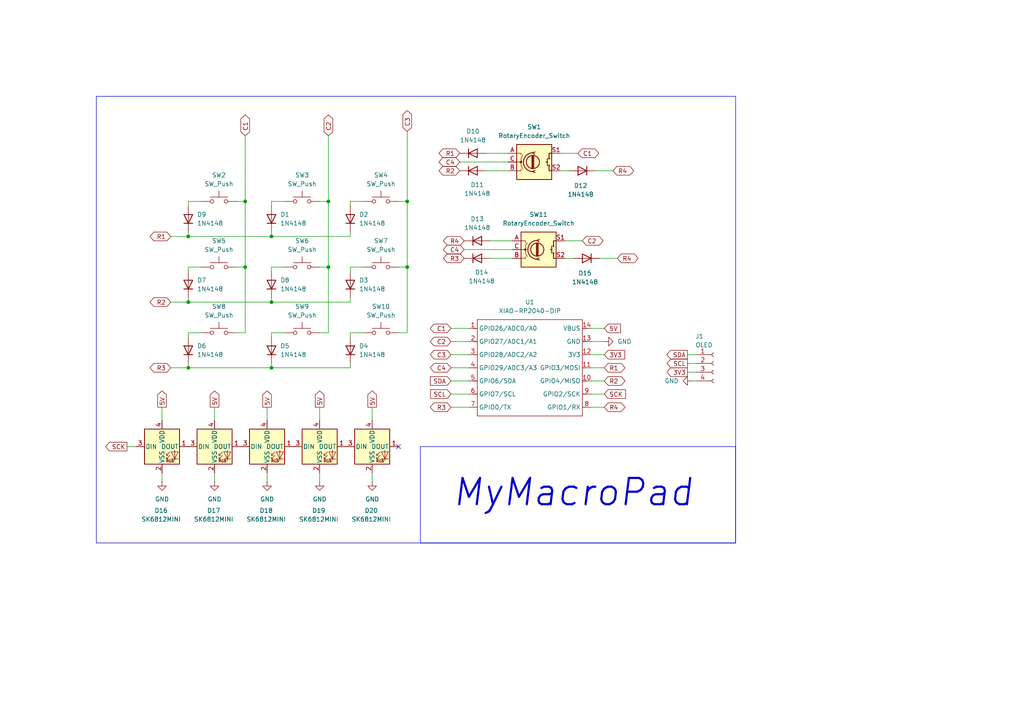
<source format=kicad_sch>
(kicad_sch
	(version 20250114)
	(generator "eeschema")
	(generator_version "9.0")
	(uuid "afd38974-8771-4026-996f-a6337965c615")
	(paper "A4")
	(lib_symbols
		(symbol "Connector:Conn_01x04_Socket"
			(pin_names
				(offset 1.016)
				(hide yes)
			)
			(exclude_from_sim no)
			(in_bom yes)
			(on_board yes)
			(property "Reference" "J"
				(at 0 5.08 0)
				(effects
					(font
						(size 1.27 1.27)
					)
				)
			)
			(property "Value" "Conn_01x04_Socket"
				(at 0 -7.62 0)
				(effects
					(font
						(size 1.27 1.27)
					)
				)
			)
			(property "Footprint" ""
				(at 0 0 0)
				(effects
					(font
						(size 1.27 1.27)
					)
					(hide yes)
				)
			)
			(property "Datasheet" "~"
				(at 0 0 0)
				(effects
					(font
						(size 1.27 1.27)
					)
					(hide yes)
				)
			)
			(property "Description" "Generic connector, single row, 01x04, script generated"
				(at 0 0 0)
				(effects
					(font
						(size 1.27 1.27)
					)
					(hide yes)
				)
			)
			(property "ki_locked" ""
				(at 0 0 0)
				(effects
					(font
						(size 1.27 1.27)
					)
				)
			)
			(property "ki_keywords" "connector"
				(at 0 0 0)
				(effects
					(font
						(size 1.27 1.27)
					)
					(hide yes)
				)
			)
			(property "ki_fp_filters" "Connector*:*_1x??_*"
				(at 0 0 0)
				(effects
					(font
						(size 1.27 1.27)
					)
					(hide yes)
				)
			)
			(symbol "Conn_01x04_Socket_1_1"
				(polyline
					(pts
						(xy -1.27 2.54) (xy -0.508 2.54)
					)
					(stroke
						(width 0.1524)
						(type default)
					)
					(fill
						(type none)
					)
				)
				(polyline
					(pts
						(xy -1.27 0) (xy -0.508 0)
					)
					(stroke
						(width 0.1524)
						(type default)
					)
					(fill
						(type none)
					)
				)
				(polyline
					(pts
						(xy -1.27 -2.54) (xy -0.508 -2.54)
					)
					(stroke
						(width 0.1524)
						(type default)
					)
					(fill
						(type none)
					)
				)
				(polyline
					(pts
						(xy -1.27 -5.08) (xy -0.508 -5.08)
					)
					(stroke
						(width 0.1524)
						(type default)
					)
					(fill
						(type none)
					)
				)
				(arc
					(start 0 2.032)
					(mid -0.5058 2.54)
					(end 0 3.048)
					(stroke
						(width 0.1524)
						(type default)
					)
					(fill
						(type none)
					)
				)
				(arc
					(start 0 -0.508)
					(mid -0.5058 0)
					(end 0 0.508)
					(stroke
						(width 0.1524)
						(type default)
					)
					(fill
						(type none)
					)
				)
				(arc
					(start 0 -3.048)
					(mid -0.5058 -2.54)
					(end 0 -2.032)
					(stroke
						(width 0.1524)
						(type default)
					)
					(fill
						(type none)
					)
				)
				(arc
					(start 0 -5.588)
					(mid -0.5058 -5.08)
					(end 0 -4.572)
					(stroke
						(width 0.1524)
						(type default)
					)
					(fill
						(type none)
					)
				)
				(pin passive line
					(at -5.08 2.54 0)
					(length 3.81)
					(name "Pin_1"
						(effects
							(font
								(size 1.27 1.27)
							)
						)
					)
					(number "1"
						(effects
							(font
								(size 1.27 1.27)
							)
						)
					)
				)
				(pin passive line
					(at -5.08 0 0)
					(length 3.81)
					(name "Pin_2"
						(effects
							(font
								(size 1.27 1.27)
							)
						)
					)
					(number "2"
						(effects
							(font
								(size 1.27 1.27)
							)
						)
					)
				)
				(pin passive line
					(at -5.08 -2.54 0)
					(length 3.81)
					(name "Pin_3"
						(effects
							(font
								(size 1.27 1.27)
							)
						)
					)
					(number "3"
						(effects
							(font
								(size 1.27 1.27)
							)
						)
					)
				)
				(pin passive line
					(at -5.08 -5.08 0)
					(length 3.81)
					(name "Pin_4"
						(effects
							(font
								(size 1.27 1.27)
							)
						)
					)
					(number "4"
						(effects
							(font
								(size 1.27 1.27)
							)
						)
					)
				)
			)
			(embedded_fonts no)
		)
		(symbol "Device:RotaryEncoder_Switch"
			(pin_names
				(offset 0.254)
				(hide yes)
			)
			(exclude_from_sim no)
			(in_bom yes)
			(on_board yes)
			(property "Reference" "SW"
				(at 0 6.604 0)
				(effects
					(font
						(size 1.27 1.27)
					)
				)
			)
			(property "Value" "RotaryEncoder_Switch"
				(at 0 -6.604 0)
				(effects
					(font
						(size 1.27 1.27)
					)
				)
			)
			(property "Footprint" ""
				(at -3.81 4.064 0)
				(effects
					(font
						(size 1.27 1.27)
					)
					(hide yes)
				)
			)
			(property "Datasheet" "~"
				(at 0 6.604 0)
				(effects
					(font
						(size 1.27 1.27)
					)
					(hide yes)
				)
			)
			(property "Description" "Rotary encoder, dual channel, incremental quadrate outputs, with switch"
				(at 0 0 0)
				(effects
					(font
						(size 1.27 1.27)
					)
					(hide yes)
				)
			)
			(property "ki_keywords" "rotary switch encoder switch push button"
				(at 0 0 0)
				(effects
					(font
						(size 1.27 1.27)
					)
					(hide yes)
				)
			)
			(property "ki_fp_filters" "RotaryEncoder*Switch*"
				(at 0 0 0)
				(effects
					(font
						(size 1.27 1.27)
					)
					(hide yes)
				)
			)
			(symbol "RotaryEncoder_Switch_0_1"
				(rectangle
					(start -5.08 5.08)
					(end 5.08 -5.08)
					(stroke
						(width 0.254)
						(type default)
					)
					(fill
						(type background)
					)
				)
				(polyline
					(pts
						(xy -5.08 2.54) (xy -3.81 2.54) (xy -3.81 2.032)
					)
					(stroke
						(width 0)
						(type default)
					)
					(fill
						(type none)
					)
				)
				(polyline
					(pts
						(xy -5.08 0) (xy -3.81 0) (xy -3.81 -1.016) (xy -3.302 -2.032)
					)
					(stroke
						(width 0)
						(type default)
					)
					(fill
						(type none)
					)
				)
				(polyline
					(pts
						(xy -5.08 -2.54) (xy -3.81 -2.54) (xy -3.81 -2.032)
					)
					(stroke
						(width 0)
						(type default)
					)
					(fill
						(type none)
					)
				)
				(polyline
					(pts
						(xy -4.318 0) (xy -3.81 0) (xy -3.81 1.016) (xy -3.302 2.032)
					)
					(stroke
						(width 0)
						(type default)
					)
					(fill
						(type none)
					)
				)
				(circle
					(center -3.81 0)
					(radius 0.254)
					(stroke
						(width 0)
						(type default)
					)
					(fill
						(type outline)
					)
				)
				(polyline
					(pts
						(xy -0.635 -1.778) (xy -0.635 1.778)
					)
					(stroke
						(width 0.254)
						(type default)
					)
					(fill
						(type none)
					)
				)
				(circle
					(center -0.381 0)
					(radius 1.905)
					(stroke
						(width 0.254)
						(type default)
					)
					(fill
						(type none)
					)
				)
				(polyline
					(pts
						(xy -0.381 -1.778) (xy -0.381 1.778)
					)
					(stroke
						(width 0.254)
						(type default)
					)
					(fill
						(type none)
					)
				)
				(arc
					(start -0.381 -2.794)
					(mid -3.0988 -0.0635)
					(end -0.381 2.667)
					(stroke
						(width 0.254)
						(type default)
					)
					(fill
						(type none)
					)
				)
				(polyline
					(pts
						(xy -0.127 1.778) (xy -0.127 -1.778)
					)
					(stroke
						(width 0.254)
						(type default)
					)
					(fill
						(type none)
					)
				)
				(polyline
					(pts
						(xy 0.254 2.921) (xy -0.508 2.667) (xy 0.127 2.286)
					)
					(stroke
						(width 0.254)
						(type default)
					)
					(fill
						(type none)
					)
				)
				(polyline
					(pts
						(xy 0.254 -3.048) (xy -0.508 -2.794) (xy 0.127 -2.413)
					)
					(stroke
						(width 0.254)
						(type default)
					)
					(fill
						(type none)
					)
				)
				(polyline
					(pts
						(xy 3.81 1.016) (xy 3.81 -1.016)
					)
					(stroke
						(width 0.254)
						(type default)
					)
					(fill
						(type none)
					)
				)
				(polyline
					(pts
						(xy 3.81 0) (xy 3.429 0)
					)
					(stroke
						(width 0.254)
						(type default)
					)
					(fill
						(type none)
					)
				)
				(circle
					(center 4.318 1.016)
					(radius 0.127)
					(stroke
						(width 0.254)
						(type default)
					)
					(fill
						(type none)
					)
				)
				(circle
					(center 4.318 -1.016)
					(radius 0.127)
					(stroke
						(width 0.254)
						(type default)
					)
					(fill
						(type none)
					)
				)
				(polyline
					(pts
						(xy 5.08 2.54) (xy 4.318 2.54) (xy 4.318 1.016)
					)
					(stroke
						(width 0.254)
						(type default)
					)
					(fill
						(type none)
					)
				)
				(polyline
					(pts
						(xy 5.08 -2.54) (xy 4.318 -2.54) (xy 4.318 -1.016)
					)
					(stroke
						(width 0.254)
						(type default)
					)
					(fill
						(type none)
					)
				)
			)
			(symbol "RotaryEncoder_Switch_1_1"
				(pin passive line
					(at -7.62 2.54 0)
					(length 2.54)
					(name "A"
						(effects
							(font
								(size 1.27 1.27)
							)
						)
					)
					(number "A"
						(effects
							(font
								(size 1.27 1.27)
							)
						)
					)
				)
				(pin passive line
					(at -7.62 0 0)
					(length 2.54)
					(name "C"
						(effects
							(font
								(size 1.27 1.27)
							)
						)
					)
					(number "C"
						(effects
							(font
								(size 1.27 1.27)
							)
						)
					)
				)
				(pin passive line
					(at -7.62 -2.54 0)
					(length 2.54)
					(name "B"
						(effects
							(font
								(size 1.27 1.27)
							)
						)
					)
					(number "B"
						(effects
							(font
								(size 1.27 1.27)
							)
						)
					)
				)
				(pin passive line
					(at 7.62 2.54 180)
					(length 2.54)
					(name "S1"
						(effects
							(font
								(size 1.27 1.27)
							)
						)
					)
					(number "S1"
						(effects
							(font
								(size 1.27 1.27)
							)
						)
					)
				)
				(pin passive line
					(at 7.62 -2.54 180)
					(length 2.54)
					(name "S2"
						(effects
							(font
								(size 1.27 1.27)
							)
						)
					)
					(number "S2"
						(effects
							(font
								(size 1.27 1.27)
							)
						)
					)
				)
			)
			(embedded_fonts no)
		)
		(symbol "Diode:1N4148"
			(pin_numbers
				(hide yes)
			)
			(pin_names
				(hide yes)
			)
			(exclude_from_sim no)
			(in_bom yes)
			(on_board yes)
			(property "Reference" "D"
				(at 0 2.54 0)
				(effects
					(font
						(size 1.27 1.27)
					)
				)
			)
			(property "Value" "1N4148"
				(at 0 -2.54 0)
				(effects
					(font
						(size 1.27 1.27)
					)
				)
			)
			(property "Footprint" "Diode_THT:D_DO-35_SOD27_P7.62mm_Horizontal"
				(at 0 0 0)
				(effects
					(font
						(size 1.27 1.27)
					)
					(hide yes)
				)
			)
			(property "Datasheet" "https://assets.nexperia.com/documents/data-sheet/1N4148_1N4448.pdf"
				(at 0 0 0)
				(effects
					(font
						(size 1.27 1.27)
					)
					(hide yes)
				)
			)
			(property "Description" "100V 0.15A standard switching diode, DO-35"
				(at 0 0 0)
				(effects
					(font
						(size 1.27 1.27)
					)
					(hide yes)
				)
			)
			(property "Sim.Device" "D"
				(at 0 0 0)
				(effects
					(font
						(size 1.27 1.27)
					)
					(hide yes)
				)
			)
			(property "Sim.Pins" "1=K 2=A"
				(at 0 0 0)
				(effects
					(font
						(size 1.27 1.27)
					)
					(hide yes)
				)
			)
			(property "ki_keywords" "diode"
				(at 0 0 0)
				(effects
					(font
						(size 1.27 1.27)
					)
					(hide yes)
				)
			)
			(property "ki_fp_filters" "D*DO?35*"
				(at 0 0 0)
				(effects
					(font
						(size 1.27 1.27)
					)
					(hide yes)
				)
			)
			(symbol "1N4148_0_1"
				(polyline
					(pts
						(xy -1.27 1.27) (xy -1.27 -1.27)
					)
					(stroke
						(width 0.254)
						(type default)
					)
					(fill
						(type none)
					)
				)
				(polyline
					(pts
						(xy 1.27 1.27) (xy 1.27 -1.27) (xy -1.27 0) (xy 1.27 1.27)
					)
					(stroke
						(width 0.254)
						(type default)
					)
					(fill
						(type none)
					)
				)
				(polyline
					(pts
						(xy 1.27 0) (xy -1.27 0)
					)
					(stroke
						(width 0)
						(type default)
					)
					(fill
						(type none)
					)
				)
			)
			(symbol "1N4148_1_1"
				(pin passive line
					(at -3.81 0 0)
					(length 2.54)
					(name "K"
						(effects
							(font
								(size 1.27 1.27)
							)
						)
					)
					(number "1"
						(effects
							(font
								(size 1.27 1.27)
							)
						)
					)
				)
				(pin passive line
					(at 3.81 0 180)
					(length 2.54)
					(name "A"
						(effects
							(font
								(size 1.27 1.27)
							)
						)
					)
					(number "2"
						(effects
							(font
								(size 1.27 1.27)
							)
						)
					)
				)
			)
			(embedded_fonts no)
		)
		(symbol "LED:SK6812MINI"
			(pin_names
				(offset 0.254)
			)
			(exclude_from_sim no)
			(in_bom yes)
			(on_board yes)
			(property "Reference" "D"
				(at 5.08 5.715 0)
				(effects
					(font
						(size 1.27 1.27)
					)
					(justify right bottom)
				)
			)
			(property "Value" "SK6812MINI"
				(at 1.27 -5.715 0)
				(effects
					(font
						(size 1.27 1.27)
					)
					(justify left top)
				)
			)
			(property "Footprint" "LED_SMD:LED_SK6812MINI_PLCC4_3.5x3.5mm_P1.75mm"
				(at 1.27 -7.62 0)
				(effects
					(font
						(size 1.27 1.27)
					)
					(justify left top)
					(hide yes)
				)
			)
			(property "Datasheet" "https://cdn-shop.adafruit.com/product-files/2686/SK6812MINI_REV.01-1-2.pdf"
				(at 2.54 -9.525 0)
				(effects
					(font
						(size 1.27 1.27)
					)
					(justify left top)
					(hide yes)
				)
			)
			(property "Description" "RGB LED with integrated controller"
				(at 0 0 0)
				(effects
					(font
						(size 1.27 1.27)
					)
					(hide yes)
				)
			)
			(property "ki_keywords" "RGB LED NeoPixel Mini addressable"
				(at 0 0 0)
				(effects
					(font
						(size 1.27 1.27)
					)
					(hide yes)
				)
			)
			(property "ki_fp_filters" "LED*SK6812MINI*PLCC*3.5x3.5mm*P1.75mm*"
				(at 0 0 0)
				(effects
					(font
						(size 1.27 1.27)
					)
					(hide yes)
				)
			)
			(symbol "SK6812MINI_0_0"
				(text "RGB"
					(at 2.286 -4.191 0)
					(effects
						(font
							(size 0.762 0.762)
						)
					)
				)
			)
			(symbol "SK6812MINI_0_1"
				(polyline
					(pts
						(xy 1.27 -2.54) (xy 1.778 -2.54)
					)
					(stroke
						(width 0)
						(type default)
					)
					(fill
						(type none)
					)
				)
				(polyline
					(pts
						(xy 1.27 -3.556) (xy 1.778 -3.556)
					)
					(stroke
						(width 0)
						(type default)
					)
					(fill
						(type none)
					)
				)
				(polyline
					(pts
						(xy 2.286 -1.524) (xy 1.27 -2.54) (xy 1.27 -2.032)
					)
					(stroke
						(width 0)
						(type default)
					)
					(fill
						(type none)
					)
				)
				(polyline
					(pts
						(xy 2.286 -2.54) (xy 1.27 -3.556) (xy 1.27 -3.048)
					)
					(stroke
						(width 0)
						(type default)
					)
					(fill
						(type none)
					)
				)
				(polyline
					(pts
						(xy 3.683 -1.016) (xy 3.683 -3.556) (xy 3.683 -4.064)
					)
					(stroke
						(width 0)
						(type default)
					)
					(fill
						(type none)
					)
				)
				(polyline
					(pts
						(xy 4.699 -1.524) (xy 2.667 -1.524) (xy 3.683 -3.556) (xy 4.699 -1.524)
					)
					(stroke
						(width 0)
						(type default)
					)
					(fill
						(type none)
					)
				)
				(polyline
					(pts
						(xy 4.699 -3.556) (xy 2.667 -3.556)
					)
					(stroke
						(width 0)
						(type default)
					)
					(fill
						(type none)
					)
				)
				(rectangle
					(start 5.08 5.08)
					(end -5.08 -5.08)
					(stroke
						(width 0.254)
						(type default)
					)
					(fill
						(type background)
					)
				)
			)
			(symbol "SK6812MINI_1_1"
				(pin input line
					(at -7.62 0 0)
					(length 2.54)
					(name "DIN"
						(effects
							(font
								(size 1.27 1.27)
							)
						)
					)
					(number "3"
						(effects
							(font
								(size 1.27 1.27)
							)
						)
					)
				)
				(pin power_in line
					(at 0 7.62 270)
					(length 2.54)
					(name "VDD"
						(effects
							(font
								(size 1.27 1.27)
							)
						)
					)
					(number "4"
						(effects
							(font
								(size 1.27 1.27)
							)
						)
					)
				)
				(pin power_in line
					(at 0 -7.62 90)
					(length 2.54)
					(name "VSS"
						(effects
							(font
								(size 1.27 1.27)
							)
						)
					)
					(number "2"
						(effects
							(font
								(size 1.27 1.27)
							)
						)
					)
				)
				(pin output line
					(at 7.62 0 180)
					(length 2.54)
					(name "DOUT"
						(effects
							(font
								(size 1.27 1.27)
							)
						)
					)
					(number "1"
						(effects
							(font
								(size 1.27 1.27)
							)
						)
					)
				)
			)
			(embedded_fonts no)
		)
		(symbol "Switch:SW_Push"
			(pin_numbers
				(hide yes)
			)
			(pin_names
				(offset 1.016)
				(hide yes)
			)
			(exclude_from_sim no)
			(in_bom yes)
			(on_board yes)
			(property "Reference" "SW"
				(at 1.27 2.54 0)
				(effects
					(font
						(size 1.27 1.27)
					)
					(justify left)
				)
			)
			(property "Value" "SW_Push"
				(at 0 -1.524 0)
				(effects
					(font
						(size 1.27 1.27)
					)
				)
			)
			(property "Footprint" ""
				(at 0 5.08 0)
				(effects
					(font
						(size 1.27 1.27)
					)
					(hide yes)
				)
			)
			(property "Datasheet" "~"
				(at 0 5.08 0)
				(effects
					(font
						(size 1.27 1.27)
					)
					(hide yes)
				)
			)
			(property "Description" "Push button switch, generic, two pins"
				(at 0 0 0)
				(effects
					(font
						(size 1.27 1.27)
					)
					(hide yes)
				)
			)
			(property "ki_keywords" "switch normally-open pushbutton push-button"
				(at 0 0 0)
				(effects
					(font
						(size 1.27 1.27)
					)
					(hide yes)
				)
			)
			(symbol "SW_Push_0_1"
				(circle
					(center -2.032 0)
					(radius 0.508)
					(stroke
						(width 0)
						(type default)
					)
					(fill
						(type none)
					)
				)
				(polyline
					(pts
						(xy 0 1.27) (xy 0 3.048)
					)
					(stroke
						(width 0)
						(type default)
					)
					(fill
						(type none)
					)
				)
				(circle
					(center 2.032 0)
					(radius 0.508)
					(stroke
						(width 0)
						(type default)
					)
					(fill
						(type none)
					)
				)
				(polyline
					(pts
						(xy 2.54 1.27) (xy -2.54 1.27)
					)
					(stroke
						(width 0)
						(type default)
					)
					(fill
						(type none)
					)
				)
				(pin passive line
					(at -5.08 0 0)
					(length 2.54)
					(name "1"
						(effects
							(font
								(size 1.27 1.27)
							)
						)
					)
					(number "1"
						(effects
							(font
								(size 1.27 1.27)
							)
						)
					)
				)
				(pin passive line
					(at 5.08 0 180)
					(length 2.54)
					(name "2"
						(effects
							(font
								(size 1.27 1.27)
							)
						)
					)
					(number "2"
						(effects
							(font
								(size 1.27 1.27)
							)
						)
					)
				)
			)
			(embedded_fonts no)
		)
		(symbol "XIAO:XIAO-RP2040-DIP"
			(exclude_from_sim no)
			(in_bom yes)
			(on_board yes)
			(property "Reference" "U"
				(at 0 0 0)
				(effects
					(font
						(size 1.27 1.27)
					)
				)
			)
			(property "Value" "XIAO-RP2040-DIP"
				(at 5.334 -1.778 0)
				(effects
					(font
						(size 1.27 1.27)
					)
				)
			)
			(property "Footprint" "Module:MOUDLE14P-XIAO-DIP-SMD"
				(at 14.478 -32.258 0)
				(effects
					(font
						(size 1.27 1.27)
					)
					(hide yes)
				)
			)
			(property "Datasheet" ""
				(at 0 0 0)
				(effects
					(font
						(size 1.27 1.27)
					)
					(hide yes)
				)
			)
			(property "Description" ""
				(at 0 0 0)
				(effects
					(font
						(size 1.27 1.27)
					)
					(hide yes)
				)
			)
			(symbol "XIAO-RP2040-DIP_1_0"
				(polyline
					(pts
						(xy -1.27 -2.54) (xy 29.21 -2.54)
					)
					(stroke
						(width 0.1524)
						(type solid)
					)
					(fill
						(type none)
					)
				)
				(polyline
					(pts
						(xy -1.27 -5.08) (xy -2.54 -5.08)
					)
					(stroke
						(width 0.1524)
						(type solid)
					)
					(fill
						(type none)
					)
				)
				(polyline
					(pts
						(xy -1.27 -5.08) (xy -1.27 -2.54)
					)
					(stroke
						(width 0.1524)
						(type solid)
					)
					(fill
						(type none)
					)
				)
				(polyline
					(pts
						(xy -1.27 -8.89) (xy -2.54 -8.89)
					)
					(stroke
						(width 0.1524)
						(type solid)
					)
					(fill
						(type none)
					)
				)
				(polyline
					(pts
						(xy -1.27 -8.89) (xy -1.27 -5.08)
					)
					(stroke
						(width 0.1524)
						(type solid)
					)
					(fill
						(type none)
					)
				)
				(polyline
					(pts
						(xy -1.27 -12.7) (xy -2.54 -12.7)
					)
					(stroke
						(width 0.1524)
						(type solid)
					)
					(fill
						(type none)
					)
				)
				(polyline
					(pts
						(xy -1.27 -12.7) (xy -1.27 -8.89)
					)
					(stroke
						(width 0.1524)
						(type solid)
					)
					(fill
						(type none)
					)
				)
				(polyline
					(pts
						(xy -1.27 -16.51) (xy -2.54 -16.51)
					)
					(stroke
						(width 0.1524)
						(type solid)
					)
					(fill
						(type none)
					)
				)
				(polyline
					(pts
						(xy -1.27 -16.51) (xy -1.27 -12.7)
					)
					(stroke
						(width 0.1524)
						(type solid)
					)
					(fill
						(type none)
					)
				)
				(polyline
					(pts
						(xy -1.27 -20.32) (xy -2.54 -20.32)
					)
					(stroke
						(width 0.1524)
						(type solid)
					)
					(fill
						(type none)
					)
				)
				(polyline
					(pts
						(xy -1.27 -24.13) (xy -2.54 -24.13)
					)
					(stroke
						(width 0.1524)
						(type solid)
					)
					(fill
						(type none)
					)
				)
				(polyline
					(pts
						(xy -1.27 -27.94) (xy -2.54 -27.94)
					)
					(stroke
						(width 0.1524)
						(type solid)
					)
					(fill
						(type none)
					)
				)
				(polyline
					(pts
						(xy -1.27 -30.48) (xy -1.27 -16.51)
					)
					(stroke
						(width 0.1524)
						(type solid)
					)
					(fill
						(type none)
					)
				)
				(polyline
					(pts
						(xy 29.21 -2.54) (xy 29.21 -5.08)
					)
					(stroke
						(width 0.1524)
						(type solid)
					)
					(fill
						(type none)
					)
				)
				(polyline
					(pts
						(xy 29.21 -5.08) (xy 29.21 -8.89)
					)
					(stroke
						(width 0.1524)
						(type solid)
					)
					(fill
						(type none)
					)
				)
				(polyline
					(pts
						(xy 29.21 -8.89) (xy 29.21 -12.7)
					)
					(stroke
						(width 0.1524)
						(type solid)
					)
					(fill
						(type none)
					)
				)
				(polyline
					(pts
						(xy 29.21 -12.7) (xy 29.21 -30.48)
					)
					(stroke
						(width 0.1524)
						(type solid)
					)
					(fill
						(type none)
					)
				)
				(polyline
					(pts
						(xy 29.21 -30.48) (xy -1.27 -30.48)
					)
					(stroke
						(width 0.1524)
						(type solid)
					)
					(fill
						(type none)
					)
				)
				(polyline
					(pts
						(xy 30.48 -5.08) (xy 29.21 -5.08)
					)
					(stroke
						(width 0.1524)
						(type solid)
					)
					(fill
						(type none)
					)
				)
				(polyline
					(pts
						(xy 30.48 -8.89) (xy 29.21 -8.89)
					)
					(stroke
						(width 0.1524)
						(type solid)
					)
					(fill
						(type none)
					)
				)
				(polyline
					(pts
						(xy 30.48 -12.7) (xy 29.21 -12.7)
					)
					(stroke
						(width 0.1524)
						(type solid)
					)
					(fill
						(type none)
					)
				)
				(polyline
					(pts
						(xy 30.48 -16.51) (xy 29.21 -16.51)
					)
					(stroke
						(width 0.1524)
						(type solid)
					)
					(fill
						(type none)
					)
				)
				(polyline
					(pts
						(xy 30.48 -20.32) (xy 29.21 -20.32)
					)
					(stroke
						(width 0.1524)
						(type solid)
					)
					(fill
						(type none)
					)
				)
				(polyline
					(pts
						(xy 30.48 -24.13) (xy 29.21 -24.13)
					)
					(stroke
						(width 0.1524)
						(type solid)
					)
					(fill
						(type none)
					)
				)
				(polyline
					(pts
						(xy 30.48 -27.94) (xy 29.21 -27.94)
					)
					(stroke
						(width 0.1524)
						(type solid)
					)
					(fill
						(type none)
					)
				)
				(pin passive line
					(at -3.81 -5.08 0)
					(length 2.54)
					(name "GPIO26/ADC0/A0"
						(effects
							(font
								(size 1.27 1.27)
							)
						)
					)
					(number "1"
						(effects
							(font
								(size 1.27 1.27)
							)
						)
					)
				)
				(pin passive line
					(at -3.81 -8.89 0)
					(length 2.54)
					(name "GPIO27/ADC1/A1"
						(effects
							(font
								(size 1.27 1.27)
							)
						)
					)
					(number "2"
						(effects
							(font
								(size 1.27 1.27)
							)
						)
					)
				)
				(pin passive line
					(at -3.81 -12.7 0)
					(length 2.54)
					(name "GPIO28/ADC2/A2"
						(effects
							(font
								(size 1.27 1.27)
							)
						)
					)
					(number "3"
						(effects
							(font
								(size 1.27 1.27)
							)
						)
					)
				)
				(pin passive line
					(at -3.81 -16.51 0)
					(length 2.54)
					(name "GPIO29/ADC3/A3"
						(effects
							(font
								(size 1.27 1.27)
							)
						)
					)
					(number "4"
						(effects
							(font
								(size 1.27 1.27)
							)
						)
					)
				)
				(pin passive line
					(at -3.81 -20.32 0)
					(length 2.54)
					(name "GPIO6/SDA"
						(effects
							(font
								(size 1.27 1.27)
							)
						)
					)
					(number "5"
						(effects
							(font
								(size 1.27 1.27)
							)
						)
					)
				)
				(pin passive line
					(at -3.81 -24.13 0)
					(length 2.54)
					(name "GPIO7/SCL"
						(effects
							(font
								(size 1.27 1.27)
							)
						)
					)
					(number "6"
						(effects
							(font
								(size 1.27 1.27)
							)
						)
					)
				)
				(pin passive line
					(at -3.81 -27.94 0)
					(length 2.54)
					(name "GPIO0/TX"
						(effects
							(font
								(size 1.27 1.27)
							)
						)
					)
					(number "7"
						(effects
							(font
								(size 1.27 1.27)
							)
						)
					)
				)
				(pin passive line
					(at 31.75 -5.08 180)
					(length 2.54)
					(name "VBUS"
						(effects
							(font
								(size 1.27 1.27)
							)
						)
					)
					(number "14"
						(effects
							(font
								(size 1.27 1.27)
							)
						)
					)
				)
				(pin passive line
					(at 31.75 -8.89 180)
					(length 2.54)
					(name "GND"
						(effects
							(font
								(size 1.27 1.27)
							)
						)
					)
					(number "13"
						(effects
							(font
								(size 1.27 1.27)
							)
						)
					)
				)
				(pin passive line
					(at 31.75 -12.7 180)
					(length 2.54)
					(name "3V3"
						(effects
							(font
								(size 1.27 1.27)
							)
						)
					)
					(number "12"
						(effects
							(font
								(size 1.27 1.27)
							)
						)
					)
				)
				(pin passive line
					(at 31.75 -16.51 180)
					(length 2.54)
					(name "GPIO3/MOSI"
						(effects
							(font
								(size 1.27 1.27)
							)
						)
					)
					(number "11"
						(effects
							(font
								(size 1.27 1.27)
							)
						)
					)
				)
				(pin passive line
					(at 31.75 -20.32 180)
					(length 2.54)
					(name "GPIO4/MISO"
						(effects
							(font
								(size 1.27 1.27)
							)
						)
					)
					(number "10"
						(effects
							(font
								(size 1.27 1.27)
							)
						)
					)
				)
				(pin passive line
					(at 31.75 -24.13 180)
					(length 2.54)
					(name "GPIO2/SCK"
						(effects
							(font
								(size 1.27 1.27)
							)
						)
					)
					(number "9"
						(effects
							(font
								(size 1.27 1.27)
							)
						)
					)
				)
				(pin passive line
					(at 31.75 -27.94 180)
					(length 2.54)
					(name "GPIO1/RX"
						(effects
							(font
								(size 1.27 1.27)
							)
						)
					)
					(number "8"
						(effects
							(font
								(size 1.27 1.27)
							)
						)
					)
				)
			)
			(embedded_fonts no)
		)
		(symbol "power:GND"
			(power)
			(pin_numbers
				(hide yes)
			)
			(pin_names
				(offset 0)
				(hide yes)
			)
			(exclude_from_sim no)
			(in_bom yes)
			(on_board yes)
			(property "Reference" "#PWR"
				(at 0 -6.35 0)
				(effects
					(font
						(size 1.27 1.27)
					)
					(hide yes)
				)
			)
			(property "Value" "GND"
				(at 0 -3.81 0)
				(effects
					(font
						(size 1.27 1.27)
					)
				)
			)
			(property "Footprint" ""
				(at 0 0 0)
				(effects
					(font
						(size 1.27 1.27)
					)
					(hide yes)
				)
			)
			(property "Datasheet" ""
				(at 0 0 0)
				(effects
					(font
						(size 1.27 1.27)
					)
					(hide yes)
				)
			)
			(property "Description" "Power symbol creates a global label with name \"GND\" , ground"
				(at 0 0 0)
				(effects
					(font
						(size 1.27 1.27)
					)
					(hide yes)
				)
			)
			(property "ki_keywords" "global power"
				(at 0 0 0)
				(effects
					(font
						(size 1.27 1.27)
					)
					(hide yes)
				)
			)
			(symbol "GND_0_1"
				(polyline
					(pts
						(xy 0 0) (xy 0 -1.27) (xy 1.27 -1.27) (xy 0 -2.54) (xy -1.27 -1.27) (xy 0 -1.27)
					)
					(stroke
						(width 0)
						(type default)
					)
					(fill
						(type none)
					)
				)
			)
			(symbol "GND_1_1"
				(pin power_in line
					(at 0 0 270)
					(length 0)
					(name "~"
						(effects
							(font
								(size 1.27 1.27)
							)
						)
					)
					(number "1"
						(effects
							(font
								(size 1.27 1.27)
							)
						)
					)
				)
			)
			(embedded_fonts no)
		)
	)
	(rectangle
		(start 27.94 27.94)
		(end 213.36 157.48)
		(stroke
			(width 0)
			(type default)
		)
		(fill
			(type none)
		)
		(uuid 64db1761-cf27-4755-95b8-f7f1f0cf1f43)
	)
	(rectangle
		(start 121.92 129.54)
		(end 213.36 157.48)
		(stroke
			(width 0)
			(type default)
		)
		(fill
			(type none)
		)
		(uuid eb2c5685-5b94-4bbb-bcf7-5fdb56607aea)
	)
	(text "MyMacroPad "
		(exclude_from_sim no)
		(at 169.164 143.002 0)
		(effects
			(font
				(size 7.62 7.62)
				(thickness 0.635)
				(bold yes)
				(italic yes)
			)
		)
		(uuid "930a9fb3-19e5-4160-abd5-aa312a8dc781")
	)
	(junction
		(at 71.12 58.42)
		(diameter 0)
		(color 0 0 0 0)
		(uuid "1588f702-3e12-45ff-9756-db8d6c146d25")
	)
	(junction
		(at 78.74 68.58)
		(diameter 0)
		(color 0 0 0 0)
		(uuid "2b0adae5-0b21-40f3-b104-70534d13af16")
	)
	(junction
		(at 118.11 77.47)
		(diameter 0)
		(color 0 0 0 0)
		(uuid "70f0ef13-9185-40a5-be02-8306c1eb2385")
	)
	(junction
		(at 95.25 58.42)
		(diameter 0)
		(color 0 0 0 0)
		(uuid "95f0b23b-b5dc-4c7e-93b7-1773147f11d5")
	)
	(junction
		(at 71.12 77.47)
		(diameter 0)
		(color 0 0 0 0)
		(uuid "9a11b523-7aef-48b0-bdac-97c377abbc39")
	)
	(junction
		(at 54.61 106.68)
		(diameter 0)
		(color 0 0 0 0)
		(uuid "9f2c7ec4-d093-4291-bb1a-6cb8ed92726f")
	)
	(junction
		(at 54.61 87.63)
		(diameter 0)
		(color 0 0 0 0)
		(uuid "a95b2488-2ce1-4e78-8cf3-c95d9de0617d")
	)
	(junction
		(at 78.74 106.68)
		(diameter 0)
		(color 0 0 0 0)
		(uuid "ae1b8aee-c31b-4bad-9c2a-8c0e8477ab3f")
	)
	(junction
		(at 95.25 77.47)
		(diameter 0)
		(color 0 0 0 0)
		(uuid "bc374e65-e495-401d-beb4-2a76d4482403")
	)
	(junction
		(at 118.11 58.42)
		(diameter 0)
		(color 0 0 0 0)
		(uuid "ca6075ef-7fba-4b63-92e6-e40e2dffa59a")
	)
	(junction
		(at 54.61 68.58)
		(diameter 0)
		(color 0 0 0 0)
		(uuid "f4dcff88-d519-4cbc-bcf7-778099282165")
	)
	(junction
		(at 78.74 87.63)
		(diameter 0)
		(color 0 0 0 0)
		(uuid "f53642e6-ad00-4659-9c01-1249dde75a90")
	)
	(no_connect
		(at 115.57 129.54)
		(uuid "633749f6-9da1-4c2e-bfc4-d185f3a877ca")
	)
	(wire
		(pts
			(xy 78.74 86.36) (xy 78.74 87.63)
		)
		(stroke
			(width 0)
			(type default)
		)
		(uuid "00223c31-95c1-4c54-9fd3-fc79d5219b8f")
	)
	(wire
		(pts
			(xy 101.6 77.47) (xy 105.41 77.47)
		)
		(stroke
			(width 0)
			(type default)
		)
		(uuid "0573a0b7-77a4-40ba-bcbc-68a01f8d6b7d")
	)
	(wire
		(pts
			(xy 95.25 58.42) (xy 95.25 77.47)
		)
		(stroke
			(width 0)
			(type default)
		)
		(uuid "0be2a05c-8cd2-4081-b969-e5e006bbb758")
	)
	(wire
		(pts
			(xy 101.6 67.31) (xy 101.6 68.58)
		)
		(stroke
			(width 0)
			(type default)
		)
		(uuid "0cad5cf4-77e5-42a4-8e1b-cc5de0cf8529")
	)
	(wire
		(pts
			(xy 130.81 118.11) (xy 135.89 118.11)
		)
		(stroke
			(width 0)
			(type default)
		)
		(uuid "0e0c75ef-250d-4ef7-a72c-5ed479292994")
	)
	(wire
		(pts
			(xy 199.39 105.41) (xy 201.93 105.41)
		)
		(stroke
			(width 0)
			(type default)
		)
		(uuid "13bed9e6-e1e6-4215-8a31-2ecc721d71a3")
	)
	(wire
		(pts
			(xy 54.61 106.68) (xy 78.74 106.68)
		)
		(stroke
			(width 0)
			(type default)
		)
		(uuid "159158d9-7b70-44b2-9674-1d80468eeca3")
	)
	(wire
		(pts
			(xy 36.83 129.54) (xy 39.37 129.54)
		)
		(stroke
			(width 0)
			(type default)
		)
		(uuid "17f57562-8462-48bb-8868-9edb56fbc365")
	)
	(wire
		(pts
			(xy 62.23 118.11) (xy 62.23 121.92)
		)
		(stroke
			(width 0)
			(type default)
		)
		(uuid "1b272d2f-7de2-4d70-890c-e01e827c9c34")
	)
	(wire
		(pts
			(xy 162.56 44.45) (xy 167.64 44.45)
		)
		(stroke
			(width 0)
			(type default)
		)
		(uuid "206a7dcf-3eab-44c7-bd59-d55e1d3974fc")
	)
	(wire
		(pts
			(xy 95.25 39.37) (xy 95.25 58.42)
		)
		(stroke
			(width 0)
			(type default)
		)
		(uuid "20acadd0-c0da-491d-b082-2d5309e81936")
	)
	(wire
		(pts
			(xy 133.35 46.99) (xy 147.32 46.99)
		)
		(stroke
			(width 0)
			(type default)
		)
		(uuid "21b64cd6-87a6-4c5d-9405-9815022e31eb")
	)
	(wire
		(pts
			(xy 92.71 77.47) (xy 95.25 77.47)
		)
		(stroke
			(width 0)
			(type default)
		)
		(uuid "22a640c8-65d2-4fc7-b924-8620d39b0cab")
	)
	(wire
		(pts
			(xy 118.11 58.42) (xy 118.11 77.47)
		)
		(stroke
			(width 0)
			(type default)
		)
		(uuid "22cbd9a6-3133-40f9-a419-40c2d7671f4e")
	)
	(wire
		(pts
			(xy 78.74 96.52) (xy 82.55 96.52)
		)
		(stroke
			(width 0)
			(type default)
		)
		(uuid "2b092363-729a-4f7a-b4c7-6aaab844abc9")
	)
	(wire
		(pts
			(xy 78.74 106.68) (xy 101.6 106.68)
		)
		(stroke
			(width 0)
			(type default)
		)
		(uuid "2fcee269-0235-449f-aa97-a0509e871771")
	)
	(wire
		(pts
			(xy 171.45 118.11) (xy 175.26 118.11)
		)
		(stroke
			(width 0)
			(type default)
		)
		(uuid "31fa9bf9-4f45-490a-a234-2f6f161e067c")
	)
	(wire
		(pts
			(xy 54.61 58.42) (xy 58.42 58.42)
		)
		(stroke
			(width 0)
			(type default)
		)
		(uuid "359a2856-06c8-4993-82d6-46780444b6ca")
	)
	(wire
		(pts
			(xy 54.61 77.47) (xy 58.42 77.47)
		)
		(stroke
			(width 0)
			(type default)
		)
		(uuid "3671a03f-a3de-4339-97e8-17be26fbb2bc")
	)
	(wire
		(pts
			(xy 171.45 106.68) (xy 175.26 106.68)
		)
		(stroke
			(width 0)
			(type default)
		)
		(uuid "370892a4-f7ea-4b7b-9801-fac97fbdaa1c")
	)
	(wire
		(pts
			(xy 115.57 58.42) (xy 118.11 58.42)
		)
		(stroke
			(width 0)
			(type default)
		)
		(uuid "3c5f04bf-e965-4b13-864f-e9d97db4ca8f")
	)
	(wire
		(pts
			(xy 78.74 87.63) (xy 101.6 87.63)
		)
		(stroke
			(width 0)
			(type default)
		)
		(uuid "3ed51956-c59e-473e-b8cb-6010767a165e")
	)
	(wire
		(pts
			(xy 101.6 58.42) (xy 105.41 58.42)
		)
		(stroke
			(width 0)
			(type default)
		)
		(uuid "3fc56dae-1620-4553-a201-4bcdab82c493")
	)
	(wire
		(pts
			(xy 78.74 68.58) (xy 101.6 68.58)
		)
		(stroke
			(width 0)
			(type default)
		)
		(uuid "4111f4ec-fe4b-4a67-8c29-1c86fd7fd4cc")
	)
	(wire
		(pts
			(xy 54.61 86.36) (xy 54.61 87.63)
		)
		(stroke
			(width 0)
			(type default)
		)
		(uuid "413da635-5220-473c-9ef6-9b14236e4683")
	)
	(wire
		(pts
			(xy 130.81 106.68) (xy 135.89 106.68)
		)
		(stroke
			(width 0)
			(type default)
		)
		(uuid "445ba56c-9d81-4cf6-bbb3-1e3d978ee31f")
	)
	(wire
		(pts
			(xy 49.53 68.58) (xy 54.61 68.58)
		)
		(stroke
			(width 0)
			(type default)
		)
		(uuid "46c99436-52b6-4cab-931a-5f2853526f10")
	)
	(wire
		(pts
			(xy 62.23 137.16) (xy 62.23 139.7)
		)
		(stroke
			(width 0)
			(type default)
		)
		(uuid "46ce907f-a354-4969-a9ed-7efb5397facf")
	)
	(wire
		(pts
			(xy 78.74 78.74) (xy 78.74 77.47)
		)
		(stroke
			(width 0)
			(type default)
		)
		(uuid "5467398a-6453-4076-aad9-b328f75e82a2")
	)
	(wire
		(pts
			(xy 54.61 78.74) (xy 54.61 77.47)
		)
		(stroke
			(width 0)
			(type default)
		)
		(uuid "56899900-4b4c-4c9f-b3f1-5c9c931aae1a")
	)
	(wire
		(pts
			(xy 163.83 69.85) (xy 168.91 69.85)
		)
		(stroke
			(width 0)
			(type default)
		)
		(uuid "572022f8-1eb4-4d2a-9ee2-9938686fed8f")
	)
	(wire
		(pts
			(xy 101.6 105.41) (xy 101.6 106.68)
		)
		(stroke
			(width 0)
			(type default)
		)
		(uuid "58a23d53-01ee-4bdd-827a-0b7589509c83")
	)
	(wire
		(pts
			(xy 142.24 69.85) (xy 148.59 69.85)
		)
		(stroke
			(width 0)
			(type default)
		)
		(uuid "5a3d5a29-e79e-45d7-97d0-f709bfbfb1d6")
	)
	(wire
		(pts
			(xy 92.71 58.42) (xy 95.25 58.42)
		)
		(stroke
			(width 0)
			(type default)
		)
		(uuid "5e98e62c-ca7e-4880-b0bf-14934e962360")
	)
	(wire
		(pts
			(xy 140.97 44.45) (xy 147.32 44.45)
		)
		(stroke
			(width 0)
			(type default)
		)
		(uuid "6102bd2e-fa6c-428d-b4f8-7b19cde9d81e")
	)
	(wire
		(pts
			(xy 200.66 110.49) (xy 201.93 110.49)
		)
		(stroke
			(width 0)
			(type default)
		)
		(uuid "66c2a470-4875-4727-b74e-b92aac2ced55")
	)
	(wire
		(pts
			(xy 77.47 137.16) (xy 77.47 139.7)
		)
		(stroke
			(width 0)
			(type default)
		)
		(uuid "67e8eb61-4111-4e54-8c7c-17b6232cac18")
	)
	(wire
		(pts
			(xy 46.99 137.16) (xy 46.99 139.7)
		)
		(stroke
			(width 0)
			(type default)
		)
		(uuid "68ec437e-62f9-48db-976f-5ae73546dba3")
	)
	(wire
		(pts
			(xy 199.39 102.87) (xy 201.93 102.87)
		)
		(stroke
			(width 0)
			(type default)
		)
		(uuid "6ac1211d-89fa-4cef-90b6-a7a3a812a868")
	)
	(wire
		(pts
			(xy 173.99 74.93) (xy 179.07 74.93)
		)
		(stroke
			(width 0)
			(type default)
		)
		(uuid "6bdda020-212b-4b86-a503-9afea2471607")
	)
	(wire
		(pts
			(xy 95.25 77.47) (xy 95.25 96.52)
		)
		(stroke
			(width 0)
			(type default)
		)
		(uuid "70815460-17cc-4061-a09c-a9499aa68ede")
	)
	(wire
		(pts
			(xy 118.11 77.47) (xy 118.11 96.52)
		)
		(stroke
			(width 0)
			(type default)
		)
		(uuid "71e48c97-cdf6-447b-9c71-4695e14b59e8")
	)
	(wire
		(pts
			(xy 163.83 74.93) (xy 166.37 74.93)
		)
		(stroke
			(width 0)
			(type default)
		)
		(uuid "739c206e-7861-4fbf-a17d-3bf72c69018f")
	)
	(wire
		(pts
			(xy 78.74 67.31) (xy 78.74 68.58)
		)
		(stroke
			(width 0)
			(type default)
		)
		(uuid "81105ccf-80a3-4bc4-aa71-92e814e4410d")
	)
	(wire
		(pts
			(xy 68.58 77.47) (xy 71.12 77.47)
		)
		(stroke
			(width 0)
			(type default)
		)
		(uuid "8310c8f1-bd2f-4454-8b93-d086e437379d")
	)
	(wire
		(pts
			(xy 130.81 110.49) (xy 135.89 110.49)
		)
		(stroke
			(width 0)
			(type default)
		)
		(uuid "839c1850-5077-4f54-97f3-48a86be3613d")
	)
	(wire
		(pts
			(xy 107.95 118.11) (xy 107.95 121.92)
		)
		(stroke
			(width 0)
			(type default)
		)
		(uuid "8694f642-3ddb-46b2-8743-c1012d16c737")
	)
	(wire
		(pts
			(xy 49.53 106.68) (xy 54.61 106.68)
		)
		(stroke
			(width 0)
			(type default)
		)
		(uuid "88070c90-43d8-4a65-8b9e-ef177207e008")
	)
	(wire
		(pts
			(xy 71.12 77.47) (xy 71.12 96.52)
		)
		(stroke
			(width 0)
			(type default)
		)
		(uuid "88f1a5d8-6cc2-4606-a934-59bf6d78deb1")
	)
	(wire
		(pts
			(xy 130.81 102.87) (xy 135.89 102.87)
		)
		(stroke
			(width 0)
			(type default)
		)
		(uuid "8a389bb3-9434-472b-ab21-53b0420dc65f")
	)
	(wire
		(pts
			(xy 118.11 96.52) (xy 115.57 96.52)
		)
		(stroke
			(width 0)
			(type default)
		)
		(uuid "8fc75a51-8ca0-4572-a441-017d0ce536c0")
	)
	(wire
		(pts
			(xy 118.11 38.1) (xy 118.11 58.42)
		)
		(stroke
			(width 0)
			(type default)
		)
		(uuid "9259a76b-6adf-4454-9760-61c99bdcecd4")
	)
	(wire
		(pts
			(xy 101.6 59.69) (xy 101.6 58.42)
		)
		(stroke
			(width 0)
			(type default)
		)
		(uuid "95b851fb-2ccc-4934-b643-0ad64d7fe0c8")
	)
	(wire
		(pts
			(xy 101.6 86.36) (xy 101.6 87.63)
		)
		(stroke
			(width 0)
			(type default)
		)
		(uuid "9aee824e-656c-4b30-9858-d6a1872a9264")
	)
	(wire
		(pts
			(xy 199.39 107.95) (xy 201.93 107.95)
		)
		(stroke
			(width 0)
			(type default)
		)
		(uuid "9b6d407a-55a2-4dc4-85b4-95c09a0cede1")
	)
	(wire
		(pts
			(xy 92.71 118.11) (xy 92.71 121.92)
		)
		(stroke
			(width 0)
			(type default)
		)
		(uuid "9c691202-3b4c-4d72-997a-1f87ef949c4d")
	)
	(wire
		(pts
			(xy 171.45 110.49) (xy 175.26 110.49)
		)
		(stroke
			(width 0)
			(type default)
		)
		(uuid "a0d88407-afb3-49bb-b584-05f934e6a645")
	)
	(wire
		(pts
			(xy 54.61 68.58) (xy 78.74 68.58)
		)
		(stroke
			(width 0)
			(type default)
		)
		(uuid "a14c83f7-8dbb-44c8-80de-f9cd43874a51")
	)
	(wire
		(pts
			(xy 162.56 49.53) (xy 165.1 49.53)
		)
		(stroke
			(width 0)
			(type default)
		)
		(uuid "a3caa1fd-51f4-43e4-9c96-eb9a673353aa")
	)
	(wire
		(pts
			(xy 54.61 67.31) (xy 54.61 68.58)
		)
		(stroke
			(width 0)
			(type default)
		)
		(uuid "aebf0d0f-d8ba-4213-9866-aa37a09e1a3c")
	)
	(wire
		(pts
			(xy 172.72 49.53) (xy 177.8 49.53)
		)
		(stroke
			(width 0)
			(type default)
		)
		(uuid "afea1daa-250b-49c0-b25a-ed598f8cf63c")
	)
	(wire
		(pts
			(xy 115.57 77.47) (xy 118.11 77.47)
		)
		(stroke
			(width 0)
			(type default)
		)
		(uuid "b2b962f0-c2f5-4448-bfeb-9268fa822ab4")
	)
	(wire
		(pts
			(xy 54.61 87.63) (xy 78.74 87.63)
		)
		(stroke
			(width 0)
			(type default)
		)
		(uuid "b5fe3b55-f24e-4fe1-b030-35e51578681c")
	)
	(wire
		(pts
			(xy 101.6 96.52) (xy 105.41 96.52)
		)
		(stroke
			(width 0)
			(type default)
		)
		(uuid "b7eee468-d679-4700-9b5d-fb6302354b37")
	)
	(wire
		(pts
			(xy 78.74 97.79) (xy 78.74 96.52)
		)
		(stroke
			(width 0)
			(type default)
		)
		(uuid "bb64a8b3-b813-4129-89a5-148b448e8efc")
	)
	(wire
		(pts
			(xy 54.61 96.52) (xy 58.42 96.52)
		)
		(stroke
			(width 0)
			(type default)
		)
		(uuid "bc783c86-be07-4ed3-a7e7-d07647482c9e")
	)
	(wire
		(pts
			(xy 71.12 39.37) (xy 71.12 58.42)
		)
		(stroke
			(width 0)
			(type default)
		)
		(uuid "bce19a12-8f5e-41ed-a32e-fbf86254427c")
	)
	(wire
		(pts
			(xy 101.6 97.79) (xy 101.6 96.52)
		)
		(stroke
			(width 0)
			(type default)
		)
		(uuid "bf9181bb-c894-4d33-91ce-3c62acd69575")
	)
	(wire
		(pts
			(xy 130.81 99.06) (xy 135.89 99.06)
		)
		(stroke
			(width 0)
			(type default)
		)
		(uuid "c31a9b83-683f-4653-9919-060c2498f395")
	)
	(wire
		(pts
			(xy 78.74 59.69) (xy 78.74 58.42)
		)
		(stroke
			(width 0)
			(type default)
		)
		(uuid "c4dda090-5b9b-4837-8cd5-3472c2e9fd29")
	)
	(wire
		(pts
			(xy 107.95 137.16) (xy 107.95 139.7)
		)
		(stroke
			(width 0)
			(type default)
		)
		(uuid "c5065be6-6e36-463a-8e71-8640c4bbd112")
	)
	(wire
		(pts
			(xy 92.71 137.16) (xy 92.71 139.7)
		)
		(stroke
			(width 0)
			(type default)
		)
		(uuid "cc65ba8b-34e1-402f-832f-2bdd05cf9cf1")
	)
	(wire
		(pts
			(xy 54.61 59.69) (xy 54.61 58.42)
		)
		(stroke
			(width 0)
			(type default)
		)
		(uuid "cdbe16ad-7b8b-40ed-b054-3af8fe30b81e")
	)
	(wire
		(pts
			(xy 78.74 58.42) (xy 82.55 58.42)
		)
		(stroke
			(width 0)
			(type default)
		)
		(uuid "cf4dde0a-9838-49ec-ab8f-2c6d34bb1675")
	)
	(wire
		(pts
			(xy 130.81 95.25) (xy 135.89 95.25)
		)
		(stroke
			(width 0)
			(type default)
		)
		(uuid "d0eadc19-a349-4403-96eb-ba32bce69351")
	)
	(wire
		(pts
			(xy 140.97 49.53) (xy 147.32 49.53)
		)
		(stroke
			(width 0)
			(type default)
		)
		(uuid "d1bb6b99-d1f0-4bcf-8f41-3c8239bb5da4")
	)
	(wire
		(pts
			(xy 68.58 96.52) (xy 71.12 96.52)
		)
		(stroke
			(width 0)
			(type default)
		)
		(uuid "d3b0b17e-641a-46e4-bb60-af1a0cb9bd90")
	)
	(wire
		(pts
			(xy 95.25 96.52) (xy 92.71 96.52)
		)
		(stroke
			(width 0)
			(type default)
		)
		(uuid "d65c9b91-ddf6-4051-9f22-b35c4ba3c266")
	)
	(wire
		(pts
			(xy 78.74 77.47) (xy 82.55 77.47)
		)
		(stroke
			(width 0)
			(type default)
		)
		(uuid "de70f18d-aa7f-451f-bbe1-fad7910d6648")
	)
	(wire
		(pts
			(xy 54.61 97.79) (xy 54.61 96.52)
		)
		(stroke
			(width 0)
			(type default)
		)
		(uuid "e28fa4a1-234b-4cd9-9642-2d0a075acfda")
	)
	(wire
		(pts
			(xy 71.12 58.42) (xy 71.12 77.47)
		)
		(stroke
			(width 0)
			(type default)
		)
		(uuid "e363c227-2add-472e-841f-c09e448703e6")
	)
	(wire
		(pts
			(xy 46.99 118.11) (xy 46.99 121.92)
		)
		(stroke
			(width 0)
			(type default)
		)
		(uuid "e4e0603e-cec9-4b2d-be32-9d5b7793cd1b")
	)
	(wire
		(pts
			(xy 171.45 95.25) (xy 175.26 95.25)
		)
		(stroke
			(width 0)
			(type default)
		)
		(uuid "e6349520-98d7-4367-9055-aee2211c1bdc")
	)
	(wire
		(pts
			(xy 78.74 105.41) (xy 78.74 106.68)
		)
		(stroke
			(width 0)
			(type default)
		)
		(uuid "e6ea63ef-3514-4eae-a67e-86e35cfc2914")
	)
	(wire
		(pts
			(xy 130.81 114.3) (xy 135.89 114.3)
		)
		(stroke
			(width 0)
			(type default)
		)
		(uuid "eb223d94-dfa6-42f6-aa91-6801276628e0")
	)
	(wire
		(pts
			(xy 171.45 99.06) (xy 175.26 99.06)
		)
		(stroke
			(width 0)
			(type default)
		)
		(uuid "ebfe6b0c-bcc6-4b9e-8f5b-01f03c1dc63f")
	)
	(wire
		(pts
			(xy 101.6 78.74) (xy 101.6 77.47)
		)
		(stroke
			(width 0)
			(type default)
		)
		(uuid "f4449592-e169-45d9-b096-61e9cb7fd2ac")
	)
	(wire
		(pts
			(xy 142.24 74.93) (xy 148.59 74.93)
		)
		(stroke
			(width 0)
			(type default)
		)
		(uuid "f7483b74-f72f-45e7-a989-84efc4e19ddd")
	)
	(wire
		(pts
			(xy 134.62 72.39) (xy 148.59 72.39)
		)
		(stroke
			(width 0)
			(type default)
		)
		(uuid "f9ec7553-f602-44b8-97bd-b7ecdcc9ca50")
	)
	(wire
		(pts
			(xy 77.47 118.11) (xy 77.47 121.92)
		)
		(stroke
			(width 0)
			(type default)
		)
		(uuid "faeb6195-e1d4-4486-8ace-c5e1daf87a8e")
	)
	(wire
		(pts
			(xy 54.61 105.41) (xy 54.61 106.68)
		)
		(stroke
			(width 0)
			(type default)
		)
		(uuid "faeb6ff1-c9e1-4909-9db0-66770dce2f0e")
	)
	(wire
		(pts
			(xy 171.45 114.3) (xy 175.26 114.3)
		)
		(stroke
			(width 0)
			(type default)
		)
		(uuid "fba9fb8d-3c17-4b2b-a359-961ed82767e0")
	)
	(wire
		(pts
			(xy 171.45 102.87) (xy 175.26 102.87)
		)
		(stroke
			(width 0)
			(type default)
		)
		(uuid "fc728c55-90ae-4633-8681-da44fc50e0b1")
	)
	(wire
		(pts
			(xy 49.53 87.63) (xy 54.61 87.63)
		)
		(stroke
			(width 0)
			(type default)
		)
		(uuid "fc885e3b-54cf-4a96-b526-d99882b1f47f")
	)
	(wire
		(pts
			(xy 68.58 58.42) (xy 71.12 58.42)
		)
		(stroke
			(width 0)
			(type default)
		)
		(uuid "fcb6a1ba-a9bd-42d5-9fc4-47f2dcf7a4d2")
	)
	(global_label "R4"
		(shape bidirectional)
		(at 179.07 74.93 0)
		(fields_autoplaced yes)
		(effects
			(font
				(size 1.27 1.27)
			)
			(justify left)
		)
		(uuid "02ad28d6-19d8-4d40-aa38-23ac0476754a")
		(property "Intersheetrefs" "${INTERSHEET_REFS}"
			(at 185.646 74.93 0)
			(effects
				(font
					(size 1.27 1.27)
				)
				(justify left)
				(hide yes)
			)
		)
	)
	(global_label "R2"
		(shape bidirectional)
		(at 175.26 110.49 0)
		(fields_autoplaced yes)
		(effects
			(font
				(size 1.27 1.27)
			)
			(justify left)
		)
		(uuid "06335eba-3017-4cb5-8fe2-4e9a19bedd82")
		(property "Intersheetrefs" "${INTERSHEET_REFS}"
			(at 181.836 110.49 0)
			(effects
				(font
					(size 1.27 1.27)
				)
				(justify left)
				(hide yes)
			)
		)
	)
	(global_label "R4"
		(shape bidirectional)
		(at 175.26 118.11 0)
		(fields_autoplaced yes)
		(effects
			(font
				(size 1.27 1.27)
			)
			(justify left)
		)
		(uuid "0c1e2ebc-ec75-444a-aaf6-febdd01e188c")
		(property "Intersheetrefs" "${INTERSHEET_REFS}"
			(at 181.836 118.11 0)
			(effects
				(font
					(size 1.27 1.27)
				)
				(justify left)
				(hide yes)
			)
		)
	)
	(global_label "R1"
		(shape bidirectional)
		(at 49.53 68.58 180)
		(fields_autoplaced yes)
		(effects
			(font
				(size 1.27 1.27)
			)
			(justify right)
		)
		(uuid "0d1c53ee-8745-4076-aef5-6a3256db0367")
		(property "Intersheetrefs" "${INTERSHEET_REFS}"
			(at 42.954 68.58 0)
			(effects
				(font
					(size 1.27 1.27)
				)
				(justify right)
				(hide yes)
			)
		)
	)
	(global_label "5V"
		(shape output)
		(at 92.71 118.11 90)
		(fields_autoplaced yes)
		(effects
			(font
				(size 1.27 1.27)
			)
			(justify left)
		)
		(uuid "0e3d502c-0f81-465e-a3fc-1517216c757d")
		(property "Intersheetrefs" "${INTERSHEET_REFS}"
			(at 92.71 112.8267 90)
			(effects
				(font
					(size 1.27 1.27)
				)
				(justify left)
				(hide yes)
			)
		)
	)
	(global_label "C1"
		(shape bidirectional)
		(at 130.81 95.25 180)
		(fields_autoplaced yes)
		(effects
			(font
				(size 1.27 1.27)
			)
			(justify right)
		)
		(uuid "209074d2-e9e1-4a99-af82-4b1cad73ed65")
		(property "Intersheetrefs" "${INTERSHEET_REFS}"
			(at 124.234 95.25 0)
			(effects
				(font
					(size 1.27 1.27)
				)
				(justify right)
				(hide yes)
			)
		)
	)
	(global_label "C1"
		(shape bidirectional)
		(at 167.64 44.45 0)
		(fields_autoplaced yes)
		(effects
			(font
				(size 1.27 1.27)
			)
			(justify left)
		)
		(uuid "229316a3-86e1-4fe0-a61a-c340a4620e71")
		(property "Intersheetrefs" "${INTERSHEET_REFS}"
			(at 174.216 44.45 0)
			(effects
				(font
					(size 1.27 1.27)
				)
				(justify left)
				(hide yes)
			)
		)
	)
	(global_label "R3"
		(shape bidirectional)
		(at 49.53 106.68 180)
		(fields_autoplaced yes)
		(effects
			(font
				(size 1.27 1.27)
			)
			(justify right)
		)
		(uuid "33754a6d-0eab-435f-89c1-537c1eea7110")
		(property "Intersheetrefs" "${INTERSHEET_REFS}"
			(at 42.954 106.68 0)
			(effects
				(font
					(size 1.27 1.27)
				)
				(justify right)
				(hide yes)
			)
		)
	)
	(global_label "SDA"
		(shape input)
		(at 130.81 110.49 180)
		(fields_autoplaced yes)
		(effects
			(font
				(size 1.27 1.27)
			)
			(justify right)
		)
		(uuid "36b49c4b-97a8-46fd-8ff9-1c5e3b144175")
		(property "Intersheetrefs" "${INTERSHEET_REFS}"
			(at 124.2567 110.49 0)
			(effects
				(font
					(size 1.27 1.27)
				)
				(justify right)
				(hide yes)
			)
		)
	)
	(global_label "3V3"
		(shape output)
		(at 199.39 107.95 180)
		(fields_autoplaced yes)
		(effects
			(font
				(size 1.27 1.27)
			)
			(justify right)
		)
		(uuid "3d46d551-b5d4-4a6d-b22f-bb47e878ff82")
		(property "Intersheetrefs" "${INTERSHEET_REFS}"
			(at 192.8972 107.95 0)
			(effects
				(font
					(size 1.27 1.27)
				)
				(justify right)
				(hide yes)
			)
		)
	)
	(global_label "3V3"
		(shape input)
		(at 175.26 102.87 0)
		(fields_autoplaced yes)
		(effects
			(font
				(size 1.27 1.27)
			)
			(justify left)
		)
		(uuid "4f877e91-a653-405e-8057-33c23720eeef")
		(property "Intersheetrefs" "${INTERSHEET_REFS}"
			(at 181.7528 102.87 0)
			(effects
				(font
					(size 1.27 1.27)
				)
				(justify left)
				(hide yes)
			)
		)
	)
	(global_label "SCK"
		(shape output)
		(at 36.83 129.54 180)
		(fields_autoplaced yes)
		(effects
			(font
				(size 1.27 1.27)
			)
			(justify right)
		)
		(uuid "50675ffd-8d6f-4779-887c-73734418850b")
		(property "Intersheetrefs" "${INTERSHEET_REFS}"
			(at 30.0953 129.54 0)
			(effects
				(font
					(size 1.27 1.27)
				)
				(justify right)
				(hide yes)
			)
		)
	)
	(global_label "R4"
		(shape bidirectional)
		(at 134.62 69.85 180)
		(fields_autoplaced yes)
		(effects
			(font
				(size 1.27 1.27)
			)
			(justify right)
		)
		(uuid "5159413b-71a4-4194-8d03-50bc3e7584d3")
		(property "Intersheetrefs" "${INTERSHEET_REFS}"
			(at 128.044 69.85 0)
			(effects
				(font
					(size 1.27 1.27)
				)
				(justify right)
				(hide yes)
			)
		)
	)
	(global_label "5V"
		(shape output)
		(at 77.47 118.11 90)
		(fields_autoplaced yes)
		(effects
			(font
				(size 1.27 1.27)
			)
			(justify left)
		)
		(uuid "576df596-b9e9-4c2e-b9b7-19ae8f8315f9")
		(property "Intersheetrefs" "${INTERSHEET_REFS}"
			(at 77.47 112.8267 90)
			(effects
				(font
					(size 1.27 1.27)
				)
				(justify left)
				(hide yes)
			)
		)
	)
	(global_label "SCL"
		(shape output)
		(at 199.39 105.41 180)
		(fields_autoplaced yes)
		(effects
			(font
				(size 1.27 1.27)
			)
			(justify right)
		)
		(uuid "6be32b7c-974b-431a-bbbb-a84feefbc369")
		(property "Intersheetrefs" "${INTERSHEET_REFS}"
			(at 192.8972 105.41 0)
			(effects
				(font
					(size 1.27 1.27)
				)
				(justify right)
				(hide yes)
			)
		)
	)
	(global_label "C3"
		(shape bidirectional)
		(at 130.81 102.87 180)
		(fields_autoplaced yes)
		(effects
			(font
				(size 1.27 1.27)
			)
			(justify right)
		)
		(uuid "774e7bc5-473e-4f23-9f88-25424ec9c1c1")
		(property "Intersheetrefs" "${INTERSHEET_REFS}"
			(at 124.234 102.87 0)
			(effects
				(font
					(size 1.27 1.27)
				)
				(justify right)
				(hide yes)
			)
		)
	)
	(global_label "C2"
		(shape bidirectional)
		(at 95.25 39.37 90)
		(fields_autoplaced yes)
		(effects
			(font
				(size 1.27 1.27)
			)
			(justify left)
		)
		(uuid "7cb13df0-a77a-4041-b538-abb058cfa63d")
		(property "Intersheetrefs" "${INTERSHEET_REFS}"
			(at 95.25 32.794 90)
			(effects
				(font
					(size 1.27 1.27)
				)
				(justify left)
				(hide yes)
			)
		)
	)
	(global_label "C4"
		(shape bidirectional)
		(at 134.62 72.39 180)
		(fields_autoplaced yes)
		(effects
			(font
				(size 1.27 1.27)
			)
			(justify right)
		)
		(uuid "8190543b-9479-4276-a11c-1c02813f8031")
		(property "Intersheetrefs" "${INTERSHEET_REFS}"
			(at 128.044 72.39 0)
			(effects
				(font
					(size 1.27 1.27)
				)
				(justify right)
				(hide yes)
			)
		)
	)
	(global_label "5V"
		(shape output)
		(at 107.95 118.11 90)
		(fields_autoplaced yes)
		(effects
			(font
				(size 1.27 1.27)
			)
			(justify left)
		)
		(uuid "820bc69a-801e-482c-b518-69856cba75a9")
		(property "Intersheetrefs" "${INTERSHEET_REFS}"
			(at 107.95 112.8267 90)
			(effects
				(font
					(size 1.27 1.27)
				)
				(justify left)
				(hide yes)
			)
		)
	)
	(global_label "R1"
		(shape bidirectional)
		(at 133.35 44.45 180)
		(fields_autoplaced yes)
		(effects
			(font
				(size 1.27 1.27)
			)
			(justify right)
		)
		(uuid "8a2f424e-c598-4279-ac90-4acb88513cf9")
		(property "Intersheetrefs" "${INTERSHEET_REFS}"
			(at 126.774 44.45 0)
			(effects
				(font
					(size 1.27 1.27)
				)
				(justify right)
				(hide yes)
			)
		)
	)
	(global_label "R2"
		(shape bidirectional)
		(at 49.53 87.63 180)
		(fields_autoplaced yes)
		(effects
			(font
				(size 1.27 1.27)
			)
			(justify right)
		)
		(uuid "a32f8bb7-3c53-405f-ba3d-996ce89ab3c7")
		(property "Intersheetrefs" "${INTERSHEET_REFS}"
			(at 42.954 87.63 0)
			(effects
				(font
					(size 1.27 1.27)
				)
				(justify right)
				(hide yes)
			)
		)
	)
	(global_label "R2"
		(shape bidirectional)
		(at 133.35 49.53 180)
		(fields_autoplaced yes)
		(effects
			(font
				(size 1.27 1.27)
			)
			(justify right)
		)
		(uuid "a9a797cd-16d0-47e6-ac9f-34e725187e62")
		(property "Intersheetrefs" "${INTERSHEET_REFS}"
			(at 126.774 49.53 0)
			(effects
				(font
					(size 1.27 1.27)
				)
				(justify right)
				(hide yes)
			)
		)
	)
	(global_label "C4"
		(shape bidirectional)
		(at 133.35 46.99 180)
		(fields_autoplaced yes)
		(effects
			(font
				(size 1.27 1.27)
			)
			(justify right)
		)
		(uuid "b1b96543-f32d-40b4-b4f2-b8e9665a82bb")
		(property "Intersheetrefs" "${INTERSHEET_REFS}"
			(at 126.774 46.99 0)
			(effects
				(font
					(size 1.27 1.27)
				)
				(justify right)
				(hide yes)
			)
		)
	)
	(global_label "R3"
		(shape bidirectional)
		(at 130.81 118.11 180)
		(fields_autoplaced yes)
		(effects
			(font
				(size 1.27 1.27)
			)
			(justify right)
		)
		(uuid "b39beb46-a61d-4bc5-8d84-f2d897542693")
		(property "Intersheetrefs" "${INTERSHEET_REFS}"
			(at 124.234 118.11 0)
			(effects
				(font
					(size 1.27 1.27)
				)
				(justify right)
				(hide yes)
			)
		)
	)
	(global_label "C3"
		(shape bidirectional)
		(at 118.11 38.1 90)
		(fields_autoplaced yes)
		(effects
			(font
				(size 1.27 1.27)
			)
			(justify left)
		)
		(uuid "b4714ef6-dfdf-4305-8f73-67cec6604d74")
		(property "Intersheetrefs" "${INTERSHEET_REFS}"
			(at 118.11 31.524 90)
			(effects
				(font
					(size 1.27 1.27)
				)
				(justify left)
				(hide yes)
			)
		)
	)
	(global_label "C2"
		(shape bidirectional)
		(at 168.91 69.85 0)
		(fields_autoplaced yes)
		(effects
			(font
				(size 1.27 1.27)
			)
			(justify left)
		)
		(uuid "b733c962-d823-4b33-a818-e5f76a70f04c")
		(property "Intersheetrefs" "${INTERSHEET_REFS}"
			(at 175.486 69.85 0)
			(effects
				(font
					(size 1.27 1.27)
				)
				(justify left)
				(hide yes)
			)
		)
	)
	(global_label "C1"
		(shape bidirectional)
		(at 71.12 39.37 90)
		(fields_autoplaced yes)
		(effects
			(font
				(size 1.27 1.27)
			)
			(justify left)
		)
		(uuid "c76322c5-a9b9-42a3-b3b5-abab47ab4651")
		(property "Intersheetrefs" "${INTERSHEET_REFS}"
			(at 71.12 32.794 90)
			(effects
				(font
					(size 1.27 1.27)
				)
				(justify left)
				(hide yes)
			)
		)
	)
	(global_label "5V"
		(shape output)
		(at 46.99 118.11 90)
		(fields_autoplaced yes)
		(effects
			(font
				(size 1.27 1.27)
			)
			(justify left)
		)
		(uuid "c8d39d77-9304-4b6c-8dac-295f6a107366")
		(property "Intersheetrefs" "${INTERSHEET_REFS}"
			(at 46.99 112.8267 90)
			(effects
				(font
					(size 1.27 1.27)
				)
				(justify left)
				(hide yes)
			)
		)
	)
	(global_label "SCL"
		(shape input)
		(at 130.81 114.3 180)
		(fields_autoplaced yes)
		(effects
			(font
				(size 1.27 1.27)
			)
			(justify right)
		)
		(uuid "d13caaf5-9beb-47fc-af3f-d52203b1bb84")
		(property "Intersheetrefs" "${INTERSHEET_REFS}"
			(at 124.3172 114.3 0)
			(effects
				(font
					(size 1.27 1.27)
				)
				(justify right)
				(hide yes)
			)
		)
	)
	(global_label "5V"
		(shape input)
		(at 175.26 95.25 0)
		(fields_autoplaced yes)
		(effects
			(font
				(size 1.27 1.27)
			)
			(justify left)
		)
		(uuid "d6932b8c-7ee0-4dd1-b903-7e8f6dc76c87")
		(property "Intersheetrefs" "${INTERSHEET_REFS}"
			(at 180.5433 95.25 0)
			(effects
				(font
					(size 1.27 1.27)
				)
				(justify left)
				(hide yes)
			)
		)
	)
	(global_label "R4"
		(shape bidirectional)
		(at 177.8 49.53 0)
		(fields_autoplaced yes)
		(effects
			(font
				(size 1.27 1.27)
			)
			(justify left)
		)
		(uuid "d824ef3a-fec6-4f5d-9417-08837f6af360")
		(property "Intersheetrefs" "${INTERSHEET_REFS}"
			(at 184.376 49.53 0)
			(effects
				(font
					(size 1.27 1.27)
				)
				(justify left)
				(hide yes)
			)
		)
	)
	(global_label "5V"
		(shape output)
		(at 62.23 118.11 90)
		(fields_autoplaced yes)
		(effects
			(font
				(size 1.27 1.27)
			)
			(justify left)
		)
		(uuid "df64bd85-7a99-40ec-bdf3-9ef1b3bd3198")
		(property "Intersheetrefs" "${INTERSHEET_REFS}"
			(at 62.23 112.8267 90)
			(effects
				(font
					(size 1.27 1.27)
				)
				(justify left)
				(hide yes)
			)
		)
	)
	(global_label "C4"
		(shape bidirectional)
		(at 130.81 106.68 180)
		(fields_autoplaced yes)
		(effects
			(font
				(size 1.27 1.27)
			)
			(justify right)
		)
		(uuid "e034fa2b-55b8-4d97-803d-61de208dc504")
		(property "Intersheetrefs" "${INTERSHEET_REFS}"
			(at 124.234 106.68 0)
			(effects
				(font
					(size 1.27 1.27)
				)
				(justify right)
				(hide yes)
			)
		)
	)
	(global_label "C2"
		(shape bidirectional)
		(at 130.81 99.06 180)
		(fields_autoplaced yes)
		(effects
			(font
				(size 1.27 1.27)
			)
			(justify right)
		)
		(uuid "e490622d-da16-462a-b131-069d7e5a29aa")
		(property "Intersheetrefs" "${INTERSHEET_REFS}"
			(at 124.234 99.06 0)
			(effects
				(font
					(size 1.27 1.27)
				)
				(justify right)
				(hide yes)
			)
		)
	)
	(global_label "R3"
		(shape bidirectional)
		(at 134.62 74.93 180)
		(fields_autoplaced yes)
		(effects
			(font
				(size 1.27 1.27)
			)
			(justify right)
		)
		(uuid "e4b87c47-5f55-415b-896d-e1a4d026f6ef")
		(property "Intersheetrefs" "${INTERSHEET_REFS}"
			(at 128.044 74.93 0)
			(effects
				(font
					(size 1.27 1.27)
				)
				(justify right)
				(hide yes)
			)
		)
	)
	(global_label "SCK"
		(shape input)
		(at 175.26 114.3 0)
		(fields_autoplaced yes)
		(effects
			(font
				(size 1.27 1.27)
			)
			(justify left)
		)
		(uuid "e5cc0584-5c15-4004-a8f2-842856abd83d")
		(property "Intersheetrefs" "${INTERSHEET_REFS}"
			(at 181.9947 114.3 0)
			(effects
				(font
					(size 1.27 1.27)
				)
				(justify left)
				(hide yes)
			)
		)
	)
	(global_label "SDA"
		(shape output)
		(at 199.39 102.87 180)
		(fields_autoplaced yes)
		(effects
			(font
				(size 1.27 1.27)
			)
			(justify right)
		)
		(uuid "f599344b-3c93-4243-aeb7-4774722076b2")
		(property "Intersheetrefs" "${INTERSHEET_REFS}"
			(at 192.8367 102.87 0)
			(effects
				(font
					(size 1.27 1.27)
				)
				(justify right)
				(hide yes)
			)
		)
	)
	(global_label "R1"
		(shape bidirectional)
		(at 175.26 106.68 0)
		(fields_autoplaced yes)
		(effects
			(font
				(size 1.27 1.27)
			)
			(justify left)
		)
		(uuid "f76f99f8-4466-4e1a-81da-e2750fa26227")
		(property "Intersheetrefs" "${INTERSHEET_REFS}"
			(at 181.836 106.68 0)
			(effects
				(font
					(size 1.27 1.27)
				)
				(justify left)
				(hide yes)
			)
		)
	)
	(symbol
		(lib_id "Device:RotaryEncoder_Switch")
		(at 154.94 46.99 0)
		(unit 1)
		(exclude_from_sim no)
		(in_bom yes)
		(on_board yes)
		(dnp no)
		(fields_autoplaced yes)
		(uuid "0beec174-50c7-4e2b-940f-7ecebf18d0e0")
		(property "Reference" "SW1"
			(at 154.94 36.83 0)
			(effects
				(font
					(size 1.27 1.27)
				)
			)
		)
		(property "Value" "RotaryEncoder_Switch"
			(at 154.94 39.37 0)
			(effects
				(font
					(size 1.27 1.27)
				)
			)
		)
		(property "Footprint" "Rotary_Encoder:RotaryEncoder_Alps_EC11E-Switch_Vertical_H20mm"
			(at 151.13 42.926 0)
			(effects
				(font
					(size 1.27 1.27)
				)
				(hide yes)
			)
		)
		(property "Datasheet" "~"
			(at 154.94 40.386 0)
			(effects
				(font
					(size 1.27 1.27)
				)
				(hide yes)
			)
		)
		(property "Description" "Rotary encoder, dual channel, incremental quadrate outputs, with switch"
			(at 154.94 46.99 0)
			(effects
				(font
					(size 1.27 1.27)
				)
				(hide yes)
			)
		)
		(pin "C"
			(uuid "6e805660-b2ef-447f-a1fe-ddad7df4fa5d")
		)
		(pin "A"
			(uuid "ad946abc-1a6c-4189-bc9d-eba7e9795b89")
		)
		(pin "B"
			(uuid "75b36e89-3d46-42f3-a5fd-0e2a048b715b")
		)
		(pin "S1"
			(uuid "12c4ca41-8268-4484-ae76-836509969147")
		)
		(pin "S2"
			(uuid "e1be22bf-db18-4fd2-9ee8-cf9fbe0bb300")
		)
		(instances
			(project ""
				(path "/afd38974-8771-4026-996f-a6337965c615"
					(reference "SW1")
					(unit 1)
				)
			)
		)
	)
	(symbol
		(lib_id "Switch:SW_Push")
		(at 110.49 96.52 0)
		(unit 1)
		(exclude_from_sim no)
		(in_bom yes)
		(on_board yes)
		(dnp no)
		(fields_autoplaced yes)
		(uuid "1113fab5-0395-4a89-aedf-b7637794896e")
		(property "Reference" "SW10"
			(at 110.49 88.9 0)
			(effects
				(font
					(size 1.27 1.27)
				)
			)
		)
		(property "Value" "SW_Push"
			(at 110.49 91.44 0)
			(effects
				(font
					(size 1.27 1.27)
				)
			)
		)
		(property "Footprint" "Button_Switch_Keyboard:SW_Cherry_MX_1.00u_PCB"
			(at 110.49 91.44 0)
			(effects
				(font
					(size 1.27 1.27)
				)
				(hide yes)
			)
		)
		(property "Datasheet" "~"
			(at 110.49 91.44 0)
			(effects
				(font
					(size 1.27 1.27)
				)
				(hide yes)
			)
		)
		(property "Description" "Push button switch, generic, two pins"
			(at 110.49 96.52 0)
			(effects
				(font
					(size 1.27 1.27)
				)
				(hide yes)
			)
		)
		(pin "2"
			(uuid "14a03c0a-3791-45d3-b12d-60d8b7ddc8ee")
		)
		(pin "1"
			(uuid "fae372c8-fcbe-4576-81f7-4812d04a8f6c")
		)
		(instances
			(project "keyboard"
				(path "/afd38974-8771-4026-996f-a6337965c615"
					(reference "SW10")
					(unit 1)
				)
			)
		)
	)
	(symbol
		(lib_id "LED:SK6812MINI")
		(at 62.23 129.54 0)
		(unit 1)
		(exclude_from_sim no)
		(in_bom yes)
		(on_board yes)
		(dnp no)
		(uuid "1afaeea7-956d-4009-a4c5-2c8979a18c51")
		(property "Reference" "D17"
			(at 61.976 148.082 0)
			(effects
				(font
					(size 1.27 1.27)
				)
			)
		)
		(property "Value" "SK6812MINI"
			(at 61.976 150.622 0)
			(effects
				(font
					(size 1.27 1.27)
				)
			)
		)
		(property "Footprint" "LED_SMD:LED_SK6812MINI_PLCC4_3.5x3.5mm_P1.75mm"
			(at 63.5 137.16 0)
			(effects
				(font
					(size 1.27 1.27)
				)
				(justify left top)
				(hide yes)
			)
		)
		(property "Datasheet" "https://cdn-shop.adafruit.com/product-files/2686/SK6812MINI_REV.01-1-2.pdf"
			(at 64.77 139.065 0)
			(effects
				(font
					(size 1.27 1.27)
				)
				(justify left top)
				(hide yes)
			)
		)
		(property "Description" "RGB LED with integrated controller"
			(at 62.23 129.54 0)
			(effects
				(font
					(size 1.27 1.27)
				)
				(hide yes)
			)
		)
		(pin "4"
			(uuid "fb48ae9c-4644-4d3d-a282-84d142e0c242")
		)
		(pin "2"
			(uuid "149ddb41-c9d1-4aba-b237-23d4017b1937")
		)
		(pin "3"
			(uuid "e8f0f5da-ffe8-4aa4-a77c-0554cddc1195")
		)
		(pin "1"
			(uuid "8f1dd571-1810-4973-9a43-a7482c730ad5")
		)
		(instances
			(project "keyboard"
				(path "/afd38974-8771-4026-996f-a6337965c615"
					(reference "D17")
					(unit 1)
				)
			)
		)
	)
	(symbol
		(lib_id "Diode:1N4148")
		(at 101.6 101.6 90)
		(unit 1)
		(exclude_from_sim no)
		(in_bom yes)
		(on_board yes)
		(dnp no)
		(fields_autoplaced yes)
		(uuid "209d1056-476b-4f2d-a712-8f6c15e569ce")
		(property "Reference" "D4"
			(at 104.14 100.3299 90)
			(effects
				(font
					(size 1.27 1.27)
				)
				(justify right)
			)
		)
		(property "Value" "1N4148"
			(at 104.14 102.8699 90)
			(effects
				(font
					(size 1.27 1.27)
				)
				(justify right)
			)
		)
		(property "Footprint" "Diode_THT:D_DO-35_SOD27_P7.62mm_Horizontal"
			(at 101.6 101.6 0)
			(effects
				(font
					(size 1.27 1.27)
				)
				(hide yes)
			)
		)
		(property "Datasheet" "https://assets.nexperia.com/documents/data-sheet/1N4148_1N4448.pdf"
			(at 101.6 101.6 0)
			(effects
				(font
					(size 1.27 1.27)
				)
				(hide yes)
			)
		)
		(property "Description" "100V 0.15A standard switching diode, DO-35"
			(at 101.6 101.6 0)
			(effects
				(font
					(size 1.27 1.27)
				)
				(hide yes)
			)
		)
		(property "Sim.Device" "D"
			(at 101.6 101.6 0)
			(effects
				(font
					(size 1.27 1.27)
				)
				(hide yes)
			)
		)
		(property "Sim.Pins" "1=K 2=A"
			(at 101.6 101.6 0)
			(effects
				(font
					(size 1.27 1.27)
				)
				(hide yes)
			)
		)
		(pin "1"
			(uuid "e2636bb0-7a18-491f-b1f8-ebf143371c18")
		)
		(pin "2"
			(uuid "d629d1cf-229c-477a-90f2-832615aacc1f")
		)
		(instances
			(project "keyboard"
				(path "/afd38974-8771-4026-996f-a6337965c615"
					(reference "D4")
					(unit 1)
				)
			)
		)
	)
	(symbol
		(lib_id "Diode:1N4148")
		(at 78.74 63.5 90)
		(unit 1)
		(exclude_from_sim no)
		(in_bom yes)
		(on_board yes)
		(dnp no)
		(fields_autoplaced yes)
		(uuid "292fb61b-e4a6-48a6-9d03-c8507e983205")
		(property "Reference" "D1"
			(at 81.28 62.2299 90)
			(effects
				(font
					(size 1.27 1.27)
				)
				(justify right)
			)
		)
		(property "Value" "1N4148"
			(at 81.28 64.7699 90)
			(effects
				(font
					(size 1.27 1.27)
				)
				(justify right)
			)
		)
		(property "Footprint" "Diode_THT:D_DO-35_SOD27_P7.62mm_Horizontal"
			(at 78.74 63.5 0)
			(effects
				(font
					(size 1.27 1.27)
				)
				(hide yes)
			)
		)
		(property "Datasheet" "https://assets.nexperia.com/documents/data-sheet/1N4148_1N4448.pdf"
			(at 78.74 63.5 0)
			(effects
				(font
					(size 1.27 1.27)
				)
				(hide yes)
			)
		)
		(property "Description" "100V 0.15A standard switching diode, DO-35"
			(at 78.74 63.5 0)
			(effects
				(font
					(size 1.27 1.27)
				)
				(hide yes)
			)
		)
		(property "Sim.Device" "D"
			(at 78.74 63.5 0)
			(effects
				(font
					(size 1.27 1.27)
				)
				(hide yes)
			)
		)
		(property "Sim.Pins" "1=K 2=A"
			(at 78.74 63.5 0)
			(effects
				(font
					(size 1.27 1.27)
				)
				(hide yes)
			)
		)
		(pin "1"
			(uuid "d13be1cc-7c24-4b6c-b748-c4bd624e357c")
		)
		(pin "2"
			(uuid "8ed0c93e-e84c-40d3-8e9d-cebff0ced7cd")
		)
		(instances
			(project ""
				(path "/afd38974-8771-4026-996f-a6337965c615"
					(reference "D1")
					(unit 1)
				)
			)
		)
	)
	(symbol
		(lib_id "power:GND")
		(at 175.26 99.06 90)
		(unit 1)
		(exclude_from_sim no)
		(in_bom yes)
		(on_board yes)
		(dnp no)
		(fields_autoplaced yes)
		(uuid "2a39ca5d-a8fd-483f-9439-44a1ddac7dfc")
		(property "Reference" "#PWR02"
			(at 181.61 99.06 0)
			(effects
				(font
					(size 1.27 1.27)
				)
				(hide yes)
			)
		)
		(property "Value" "GND"
			(at 179.07 99.0599 90)
			(effects
				(font
					(size 1.27 1.27)
				)
				(justify right)
			)
		)
		(property "Footprint" ""
			(at 175.26 99.06 0)
			(effects
				(font
					(size 1.27 1.27)
				)
				(hide yes)
			)
		)
		(property "Datasheet" ""
			(at 175.26 99.06 0)
			(effects
				(font
					(size 1.27 1.27)
				)
				(hide yes)
			)
		)
		(property "Description" "Power symbol creates a global label with name \"GND\" , ground"
			(at 175.26 99.06 0)
			(effects
				(font
					(size 1.27 1.27)
				)
				(hide yes)
			)
		)
		(pin "1"
			(uuid "6e33b5c9-aa9b-4bfc-b16d-2d6e02938be7")
		)
		(instances
			(project ""
				(path "/afd38974-8771-4026-996f-a6337965c615"
					(reference "#PWR02")
					(unit 1)
				)
			)
		)
	)
	(symbol
		(lib_id "Diode:1N4148")
		(at 101.6 63.5 90)
		(unit 1)
		(exclude_from_sim no)
		(in_bom yes)
		(on_board yes)
		(dnp no)
		(fields_autoplaced yes)
		(uuid "30177727-d3da-44cf-bfa9-27fb73dc4c47")
		(property "Reference" "D2"
			(at 104.14 62.2299 90)
			(effects
				(font
					(size 1.27 1.27)
				)
				(justify right)
			)
		)
		(property "Value" "1N4148"
			(at 104.14 64.7699 90)
			(effects
				(font
					(size 1.27 1.27)
				)
				(justify right)
			)
		)
		(property "Footprint" "Diode_THT:D_DO-35_SOD27_P7.62mm_Horizontal"
			(at 101.6 63.5 0)
			(effects
				(font
					(size 1.27 1.27)
				)
				(hide yes)
			)
		)
		(property "Datasheet" "https://assets.nexperia.com/documents/data-sheet/1N4148_1N4448.pdf"
			(at 101.6 63.5 0)
			(effects
				(font
					(size 1.27 1.27)
				)
				(hide yes)
			)
		)
		(property "Description" "100V 0.15A standard switching diode, DO-35"
			(at 101.6 63.5 0)
			(effects
				(font
					(size 1.27 1.27)
				)
				(hide yes)
			)
		)
		(property "Sim.Device" "D"
			(at 101.6 63.5 0)
			(effects
				(font
					(size 1.27 1.27)
				)
				(hide yes)
			)
		)
		(property "Sim.Pins" "1=K 2=A"
			(at 101.6 63.5 0)
			(effects
				(font
					(size 1.27 1.27)
				)
				(hide yes)
			)
		)
		(pin "1"
			(uuid "20e5801b-2cf1-4776-be1c-e6adaf02935f")
		)
		(pin "2"
			(uuid "0b02e1f1-3e38-4d9c-b1aa-887ec9728579")
		)
		(instances
			(project "keyboard"
				(path "/afd38974-8771-4026-996f-a6337965c615"
					(reference "D2")
					(unit 1)
				)
			)
		)
	)
	(symbol
		(lib_id "Connector:Conn_01x04_Socket")
		(at 207.01 105.41 0)
		(unit 1)
		(exclude_from_sim no)
		(in_bom yes)
		(on_board yes)
		(dnp no)
		(uuid "3ef6c3d1-067d-43b0-b297-6e14dc6cc079")
		(property "Reference" "J1"
			(at 201.676 97.536 0)
			(effects
				(font
					(size 1.27 1.27)
				)
				(justify left)
			)
		)
		(property "Value" "OLED"
			(at 201.676 100.076 0)
			(effects
				(font
					(size 1.27 1.27)
				)
				(justify left)
			)
		)
		(property "Footprint" "Connector_PinHeader_2.54mm:PinHeader_1x04_P2.54mm_Vertical"
			(at 207.01 105.41 0)
			(effects
				(font
					(size 1.27 1.27)
				)
				(hide yes)
			)
		)
		(property "Datasheet" "~"
			(at 207.01 105.41 0)
			(effects
				(font
					(size 1.27 1.27)
				)
				(hide yes)
			)
		)
		(property "Description" "Generic connector, single row, 01x04, script generated"
			(at 207.01 105.41 0)
			(effects
				(font
					(size 1.27 1.27)
				)
				(hide yes)
			)
		)
		(pin "4"
			(uuid "1963a4f1-35c3-41a5-ba78-aa87f1c36d95")
		)
		(pin "1"
			(uuid "821e3d97-62fb-473c-8f8d-5649416575a0")
		)
		(pin "2"
			(uuid "d7de87ce-d4a7-4fc5-bdad-fe667e813679")
		)
		(pin "3"
			(uuid "26109657-0628-498d-89a6-4a91a2410f2a")
		)
		(instances
			(project ""
				(path "/afd38974-8771-4026-996f-a6337965c615"
					(reference "J1")
					(unit 1)
				)
			)
		)
	)
	(symbol
		(lib_id "LED:SK6812MINI")
		(at 46.99 129.54 0)
		(unit 1)
		(exclude_from_sim no)
		(in_bom yes)
		(on_board yes)
		(dnp no)
		(uuid "4ad4f437-a363-4f30-a1e4-e146abaf5960")
		(property "Reference" "D16"
			(at 46.736 148.082 0)
			(effects
				(font
					(size 1.27 1.27)
				)
			)
		)
		(property "Value" "SK6812MINI"
			(at 46.736 150.622 0)
			(effects
				(font
					(size 1.27 1.27)
				)
			)
		)
		(property "Footprint" "LED_SMD:LED_SK6812MINI_PLCC4_3.5x3.5mm_P1.75mm"
			(at 48.26 137.16 0)
			(effects
				(font
					(size 1.27 1.27)
				)
				(justify left top)
				(hide yes)
			)
		)
		(property "Datasheet" "https://cdn-shop.adafruit.com/product-files/2686/SK6812MINI_REV.01-1-2.pdf"
			(at 49.53 139.065 0)
			(effects
				(font
					(size 1.27 1.27)
				)
				(justify left top)
				(hide yes)
			)
		)
		(property "Description" "RGB LED with integrated controller"
			(at 46.99 129.54 0)
			(effects
				(font
					(size 1.27 1.27)
				)
				(hide yes)
			)
		)
		(pin "4"
			(uuid "3e06ccd7-afed-447a-8515-29bcff6d32d9")
		)
		(pin "2"
			(uuid "1ae2fb6a-3498-43f7-b6e7-fd4447142f05")
		)
		(pin "3"
			(uuid "e326f69e-1ed3-4b21-b45f-42a2502b3648")
		)
		(pin "1"
			(uuid "fd0bc51c-0953-4394-ad9d-a02a5afcf475")
		)
		(instances
			(project ""
				(path "/afd38974-8771-4026-996f-a6337965c615"
					(reference "D16")
					(unit 1)
				)
			)
		)
	)
	(symbol
		(lib_id "Switch:SW_Push")
		(at 63.5 58.42 0)
		(unit 1)
		(exclude_from_sim no)
		(in_bom yes)
		(on_board yes)
		(dnp no)
		(fields_autoplaced yes)
		(uuid "4cb37028-6e58-4530-ac56-72fd8b6e869b")
		(property "Reference" "SW2"
			(at 63.5 50.8 0)
			(effects
				(font
					(size 1.27 1.27)
				)
			)
		)
		(property "Value" "SW_Push"
			(at 63.5 53.34 0)
			(effects
				(font
					(size 1.27 1.27)
				)
			)
		)
		(property "Footprint" "Button_Switch_Keyboard:SW_Cherry_MX_1.00u_PCB"
			(at 63.5 53.34 0)
			(effects
				(font
					(size 1.27 1.27)
				)
				(hide yes)
			)
		)
		(property "Datasheet" "~"
			(at 63.5 53.34 0)
			(effects
				(font
					(size 1.27 1.27)
				)
				(hide yes)
			)
		)
		(property "Description" "Push button switch, generic, two pins"
			(at 63.5 58.42 0)
			(effects
				(font
					(size 1.27 1.27)
				)
				(hide yes)
			)
		)
		(pin "2"
			(uuid "97152eb0-9e80-4a40-b8d4-9926a864924d")
		)
		(pin "1"
			(uuid "9210a38b-0a5d-459a-ade7-2a46a4f941cc")
		)
		(instances
			(project ""
				(path "/afd38974-8771-4026-996f-a6337965c615"
					(reference "SW2")
					(unit 1)
				)
			)
		)
	)
	(symbol
		(lib_id "Diode:1N4148")
		(at 78.74 82.55 90)
		(unit 1)
		(exclude_from_sim no)
		(in_bom yes)
		(on_board yes)
		(dnp no)
		(fields_autoplaced yes)
		(uuid "50da4372-efb6-4aec-a914-9d9ef1d81d84")
		(property "Reference" "D8"
			(at 81.28 81.2799 90)
			(effects
				(font
					(size 1.27 1.27)
				)
				(justify right)
			)
		)
		(property "Value" "1N4148"
			(at 81.28 83.8199 90)
			(effects
				(font
					(size 1.27 1.27)
				)
				(justify right)
			)
		)
		(property "Footprint" "Diode_THT:D_DO-35_SOD27_P7.62mm_Horizontal"
			(at 78.74 82.55 0)
			(effects
				(font
					(size 1.27 1.27)
				)
				(hide yes)
			)
		)
		(property "Datasheet" "https://assets.nexperia.com/documents/data-sheet/1N4148_1N4448.pdf"
			(at 78.74 82.55 0)
			(effects
				(font
					(size 1.27 1.27)
				)
				(hide yes)
			)
		)
		(property "Description" "100V 0.15A standard switching diode, DO-35"
			(at 78.74 82.55 0)
			(effects
				(font
					(size 1.27 1.27)
				)
				(hide yes)
			)
		)
		(property "Sim.Device" "D"
			(at 78.74 82.55 0)
			(effects
				(font
					(size 1.27 1.27)
				)
				(hide yes)
			)
		)
		(property "Sim.Pins" "1=K 2=A"
			(at 78.74 82.55 0)
			(effects
				(font
					(size 1.27 1.27)
				)
				(hide yes)
			)
		)
		(pin "1"
			(uuid "0c06cd78-172b-4533-a715-2ebb954a960c")
		)
		(pin "2"
			(uuid "2f59a65a-04f7-46fe-9c1d-f086b31f0e7a")
		)
		(instances
			(project "keyboard"
				(path "/afd38974-8771-4026-996f-a6337965c615"
					(reference "D8")
					(unit 1)
				)
			)
		)
	)
	(symbol
		(lib_id "Switch:SW_Push")
		(at 87.63 96.52 0)
		(unit 1)
		(exclude_from_sim no)
		(in_bom yes)
		(on_board yes)
		(dnp no)
		(fields_autoplaced yes)
		(uuid "58584ec8-8793-4181-a1eb-ea80d9c89909")
		(property "Reference" "SW9"
			(at 87.63 88.9 0)
			(effects
				(font
					(size 1.27 1.27)
				)
			)
		)
		(property "Value" "SW_Push"
			(at 87.63 91.44 0)
			(effects
				(font
					(size 1.27 1.27)
				)
			)
		)
		(property "Footprint" "Button_Switch_Keyboard:SW_Cherry_MX_1.00u_PCB"
			(at 87.63 91.44 0)
			(effects
				(font
					(size 1.27 1.27)
				)
				(hide yes)
			)
		)
		(property "Datasheet" "~"
			(at 87.63 91.44 0)
			(effects
				(font
					(size 1.27 1.27)
				)
				(hide yes)
			)
		)
		(property "Description" "Push button switch, generic, two pins"
			(at 87.63 96.52 0)
			(effects
				(font
					(size 1.27 1.27)
				)
				(hide yes)
			)
		)
		(pin "2"
			(uuid "cf0a043f-da5d-4c0d-bfe6-3069e746b460")
		)
		(pin "1"
			(uuid "3a18bfde-412b-4652-91c7-060a49e028b7")
		)
		(instances
			(project "keyboard"
				(path "/afd38974-8771-4026-996f-a6337965c615"
					(reference "SW9")
					(unit 1)
				)
			)
		)
	)
	(symbol
		(lib_id "Diode:1N4148")
		(at 54.61 101.6 90)
		(unit 1)
		(exclude_from_sim no)
		(in_bom yes)
		(on_board yes)
		(dnp no)
		(fields_autoplaced yes)
		(uuid "5eecb311-d1ef-409b-97bd-57df63d14557")
		(property "Reference" "D6"
			(at 57.15 100.3299 90)
			(effects
				(font
					(size 1.27 1.27)
				)
				(justify right)
			)
		)
		(property "Value" "1N4148"
			(at 57.15 102.8699 90)
			(effects
				(font
					(size 1.27 1.27)
				)
				(justify right)
			)
		)
		(property "Footprint" "Diode_THT:D_DO-35_SOD27_P7.62mm_Horizontal"
			(at 54.61 101.6 0)
			(effects
				(font
					(size 1.27 1.27)
				)
				(hide yes)
			)
		)
		(property "Datasheet" "https://assets.nexperia.com/documents/data-sheet/1N4148_1N4448.pdf"
			(at 54.61 101.6 0)
			(effects
				(font
					(size 1.27 1.27)
				)
				(hide yes)
			)
		)
		(property "Description" "100V 0.15A standard switching diode, DO-35"
			(at 54.61 101.6 0)
			(effects
				(font
					(size 1.27 1.27)
				)
				(hide yes)
			)
		)
		(property "Sim.Device" "D"
			(at 54.61 101.6 0)
			(effects
				(font
					(size 1.27 1.27)
				)
				(hide yes)
			)
		)
		(property "Sim.Pins" "1=K 2=A"
			(at 54.61 101.6 0)
			(effects
				(font
					(size 1.27 1.27)
				)
				(hide yes)
			)
		)
		(pin "1"
			(uuid "1a45a628-4661-4b35-bde5-d498b83ba43c")
		)
		(pin "2"
			(uuid "006fb4a9-0ff7-4246-bd3a-5322929e2b95")
		)
		(instances
			(project "keyboard"
				(path "/afd38974-8771-4026-996f-a6337965c615"
					(reference "D6")
					(unit 1)
				)
			)
		)
	)
	(symbol
		(lib_id "Diode:1N4148")
		(at 168.91 49.53 180)
		(unit 1)
		(exclude_from_sim no)
		(in_bom yes)
		(on_board yes)
		(dnp no)
		(uuid "67ed61ad-979d-4fa6-b118-a8a1b8953043")
		(property "Reference" "D12"
			(at 168.402 53.848 0)
			(effects
				(font
					(size 1.27 1.27)
				)
			)
		)
		(property "Value" "1N4148"
			(at 168.402 56.388 0)
			(effects
				(font
					(size 1.27 1.27)
				)
			)
		)
		(property "Footprint" "Diode_THT:D_DO-35_SOD27_P7.62mm_Horizontal"
			(at 168.91 49.53 0)
			(effects
				(font
					(size 1.27 1.27)
				)
				(hide yes)
			)
		)
		(property "Datasheet" "https://assets.nexperia.com/documents/data-sheet/1N4148_1N4448.pdf"
			(at 168.91 49.53 0)
			(effects
				(font
					(size 1.27 1.27)
				)
				(hide yes)
			)
		)
		(property "Description" "100V 0.15A standard switching diode, DO-35"
			(at 168.91 49.53 0)
			(effects
				(font
					(size 1.27 1.27)
				)
				(hide yes)
			)
		)
		(property "Sim.Device" "D"
			(at 168.91 49.53 0)
			(effects
				(font
					(size 1.27 1.27)
				)
				(hide yes)
			)
		)
		(property "Sim.Pins" "1=K 2=A"
			(at 168.91 49.53 0)
			(effects
				(font
					(size 1.27 1.27)
				)
				(hide yes)
			)
		)
		(pin "1"
			(uuid "abebfc81-ae34-40e7-8e51-562f9053fa14")
		)
		(pin "2"
			(uuid "a9a3b3a1-4d67-4b9f-b3c2-387daca4024b")
		)
		(instances
			(project "keyboard"
				(path "/afd38974-8771-4026-996f-a6337965c615"
					(reference "D12")
					(unit 1)
				)
			)
		)
	)
	(symbol
		(lib_id "power:GND")
		(at 46.99 139.7 0)
		(unit 1)
		(exclude_from_sim no)
		(in_bom yes)
		(on_board yes)
		(dnp no)
		(fields_autoplaced yes)
		(uuid "6b81fa64-4f14-4773-b1f1-6f35ef454954")
		(property "Reference" "#PWR01"
			(at 46.99 146.05 0)
			(effects
				(font
					(size 1.27 1.27)
				)
				(hide yes)
			)
		)
		(property "Value" "GND"
			(at 46.99 144.78 0)
			(effects
				(font
					(size 1.27 1.27)
				)
			)
		)
		(property "Footprint" ""
			(at 46.99 139.7 0)
			(effects
				(font
					(size 1.27 1.27)
				)
				(hide yes)
			)
		)
		(property "Datasheet" ""
			(at 46.99 139.7 0)
			(effects
				(font
					(size 1.27 1.27)
				)
				(hide yes)
			)
		)
		(property "Description" "Power symbol creates a global label with name \"GND\" , ground"
			(at 46.99 139.7 0)
			(effects
				(font
					(size 1.27 1.27)
				)
				(hide yes)
			)
		)
		(pin "1"
			(uuid "4682a631-fbd6-4b35-b5fd-11c2f2e327b8")
		)
		(instances
			(project ""
				(path "/afd38974-8771-4026-996f-a6337965c615"
					(reference "#PWR01")
					(unit 1)
				)
			)
		)
	)
	(symbol
		(lib_id "LED:SK6812MINI")
		(at 77.47 129.54 0)
		(unit 1)
		(exclude_from_sim no)
		(in_bom yes)
		(on_board yes)
		(dnp no)
		(uuid "6fc5334c-b9bc-48f6-9bdd-c93d9c7b2f54")
		(property "Reference" "D18"
			(at 77.216 148.082 0)
			(effects
				(font
					(size 1.27 1.27)
				)
			)
		)
		(property "Value" "SK6812MINI"
			(at 77.216 150.622 0)
			(effects
				(font
					(size 1.27 1.27)
				)
			)
		)
		(property "Footprint" "LED_SMD:LED_SK6812MINI_PLCC4_3.5x3.5mm_P1.75mm"
			(at 78.74 137.16 0)
			(effects
				(font
					(size 1.27 1.27)
				)
				(justify left top)
				(hide yes)
			)
		)
		(property "Datasheet" "https://cdn-shop.adafruit.com/product-files/2686/SK6812MINI_REV.01-1-2.pdf"
			(at 80.01 139.065 0)
			(effects
				(font
					(size 1.27 1.27)
				)
				(justify left top)
				(hide yes)
			)
		)
		(property "Description" "RGB LED with integrated controller"
			(at 77.47 129.54 0)
			(effects
				(font
					(size 1.27 1.27)
				)
				(hide yes)
			)
		)
		(pin "4"
			(uuid "f57039a0-3b10-4910-a34a-699b12e0f14d")
		)
		(pin "2"
			(uuid "99bee6f0-d211-4868-8d4e-8b958d8b904d")
		)
		(pin "3"
			(uuid "5012812d-36b8-4af8-8655-41d33355de1b")
		)
		(pin "1"
			(uuid "9abf5628-bf1a-4225-a8b4-a99e714504e4")
		)
		(instances
			(project "keyboard"
				(path "/afd38974-8771-4026-996f-a6337965c615"
					(reference "D18")
					(unit 1)
				)
			)
		)
	)
	(symbol
		(lib_id "Switch:SW_Push")
		(at 87.63 77.47 0)
		(unit 1)
		(exclude_from_sim no)
		(in_bom yes)
		(on_board yes)
		(dnp no)
		(fields_autoplaced yes)
		(uuid "71009457-af84-4a28-afa6-7ea5685fa8e4")
		(property "Reference" "SW6"
			(at 87.63 69.85 0)
			(effects
				(font
					(size 1.27 1.27)
				)
			)
		)
		(property "Value" "SW_Push"
			(at 87.63 72.39 0)
			(effects
				(font
					(size 1.27 1.27)
				)
			)
		)
		(property "Footprint" "Button_Switch_Keyboard:SW_Cherry_MX_1.00u_PCB"
			(at 87.63 72.39 0)
			(effects
				(font
					(size 1.27 1.27)
				)
				(hide yes)
			)
		)
		(property "Datasheet" "~"
			(at 87.63 72.39 0)
			(effects
				(font
					(size 1.27 1.27)
				)
				(hide yes)
			)
		)
		(property "Description" "Push button switch, generic, two pins"
			(at 87.63 77.47 0)
			(effects
				(font
					(size 1.27 1.27)
				)
				(hide yes)
			)
		)
		(pin "2"
			(uuid "6d81c131-2a8c-40a9-ad55-a4346fd91db7")
		)
		(pin "1"
			(uuid "0fb93f2f-6a11-43ed-b141-94f44658c405")
		)
		(instances
			(project "keyboard"
				(path "/afd38974-8771-4026-996f-a6337965c615"
					(reference "SW6")
					(unit 1)
				)
			)
		)
	)
	(symbol
		(lib_id "Diode:1N4148")
		(at 101.6 82.55 90)
		(unit 1)
		(exclude_from_sim no)
		(in_bom yes)
		(on_board yes)
		(dnp no)
		(fields_autoplaced yes)
		(uuid "745eb91c-9782-474c-93d7-c1a15602ed50")
		(property "Reference" "D3"
			(at 104.14 81.2799 90)
			(effects
				(font
					(size 1.27 1.27)
				)
				(justify right)
			)
		)
		(property "Value" "1N4148"
			(at 104.14 83.8199 90)
			(effects
				(font
					(size 1.27 1.27)
				)
				(justify right)
			)
		)
		(property "Footprint" "Diode_THT:D_DO-35_SOD27_P7.62mm_Horizontal"
			(at 101.6 82.55 0)
			(effects
				(font
					(size 1.27 1.27)
				)
				(hide yes)
			)
		)
		(property "Datasheet" "https://assets.nexperia.com/documents/data-sheet/1N4148_1N4448.pdf"
			(at 101.6 82.55 0)
			(effects
				(font
					(size 1.27 1.27)
				)
				(hide yes)
			)
		)
		(property "Description" "100V 0.15A standard switching diode, DO-35"
			(at 101.6 82.55 0)
			(effects
				(font
					(size 1.27 1.27)
				)
				(hide yes)
			)
		)
		(property "Sim.Device" "D"
			(at 101.6 82.55 0)
			(effects
				(font
					(size 1.27 1.27)
				)
				(hide yes)
			)
		)
		(property "Sim.Pins" "1=K 2=A"
			(at 101.6 82.55 0)
			(effects
				(font
					(size 1.27 1.27)
				)
				(hide yes)
			)
		)
		(pin "1"
			(uuid "58818dda-b23d-4e6f-bd52-addb7b8c3d02")
		)
		(pin "2"
			(uuid "3281adc7-c058-48fc-bc7e-94761267df4a")
		)
		(instances
			(project "keyboard"
				(path "/afd38974-8771-4026-996f-a6337965c615"
					(reference "D3")
					(unit 1)
				)
			)
		)
	)
	(symbol
		(lib_id "power:GND")
		(at 77.47 139.7 0)
		(unit 1)
		(exclude_from_sim no)
		(in_bom yes)
		(on_board yes)
		(dnp no)
		(fields_autoplaced yes)
		(uuid "76275b2c-39c6-4fca-9e5c-a3307dc80188")
		(property "Reference" "#PWR05"
			(at 77.47 146.05 0)
			(effects
				(font
					(size 1.27 1.27)
				)
				(hide yes)
			)
		)
		(property "Value" "GND"
			(at 77.47 144.78 0)
			(effects
				(font
					(size 1.27 1.27)
				)
			)
		)
		(property "Footprint" ""
			(at 77.47 139.7 0)
			(effects
				(font
					(size 1.27 1.27)
				)
				(hide yes)
			)
		)
		(property "Datasheet" ""
			(at 77.47 139.7 0)
			(effects
				(font
					(size 1.27 1.27)
				)
				(hide yes)
			)
		)
		(property "Description" "Power symbol creates a global label with name \"GND\" , ground"
			(at 77.47 139.7 0)
			(effects
				(font
					(size 1.27 1.27)
				)
				(hide yes)
			)
		)
		(pin "1"
			(uuid "e740d93e-6292-4042-8689-7dc5131c3132")
		)
		(instances
			(project "keyboard"
				(path "/afd38974-8771-4026-996f-a6337965c615"
					(reference "#PWR05")
					(unit 1)
				)
			)
		)
	)
	(symbol
		(lib_id "Diode:1N4148")
		(at 137.16 49.53 0)
		(unit 1)
		(exclude_from_sim no)
		(in_bom yes)
		(on_board yes)
		(dnp no)
		(uuid "772050fa-4111-45d5-a41b-0a674e05ca69")
		(property "Reference" "D11"
			(at 138.43 53.594 0)
			(effects
				(font
					(size 1.27 1.27)
				)
			)
		)
		(property "Value" "1N4148"
			(at 138.43 56.134 0)
			(effects
				(font
					(size 1.27 1.27)
				)
			)
		)
		(property "Footprint" "Diode_THT:D_DO-35_SOD27_P7.62mm_Horizontal"
			(at 137.16 49.53 0)
			(effects
				(font
					(size 1.27 1.27)
				)
				(hide yes)
			)
		)
		(property "Datasheet" "https://assets.nexperia.com/documents/data-sheet/1N4148_1N4448.pdf"
			(at 137.16 49.53 0)
			(effects
				(font
					(size 1.27 1.27)
				)
				(hide yes)
			)
		)
		(property "Description" "100V 0.15A standard switching diode, DO-35"
			(at 137.16 49.53 0)
			(effects
				(font
					(size 1.27 1.27)
				)
				(hide yes)
			)
		)
		(property "Sim.Device" "D"
			(at 137.16 49.53 0)
			(effects
				(font
					(size 1.27 1.27)
				)
				(hide yes)
			)
		)
		(property "Sim.Pins" "1=K 2=A"
			(at 137.16 49.53 0)
			(effects
				(font
					(size 1.27 1.27)
				)
				(hide yes)
			)
		)
		(pin "1"
			(uuid "5e85224d-b147-4290-ab34-58eedf4820a9")
		)
		(pin "2"
			(uuid "ff0fb6e6-4212-4960-87de-696abac0279f")
		)
		(instances
			(project "keyboard"
				(path "/afd38974-8771-4026-996f-a6337965c615"
					(reference "D11")
					(unit 1)
				)
			)
		)
	)
	(symbol
		(lib_id "power:GND")
		(at 62.23 139.7 0)
		(unit 1)
		(exclude_from_sim no)
		(in_bom yes)
		(on_board yes)
		(dnp no)
		(fields_autoplaced yes)
		(uuid "7b0d4b76-c23c-44c9-acbe-4cd569a8a895")
		(property "Reference" "#PWR04"
			(at 62.23 146.05 0)
			(effects
				(font
					(size 1.27 1.27)
				)
				(hide yes)
			)
		)
		(property "Value" "GND"
			(at 62.23 144.78 0)
			(effects
				(font
					(size 1.27 1.27)
				)
			)
		)
		(property "Footprint" ""
			(at 62.23 139.7 0)
			(effects
				(font
					(size 1.27 1.27)
				)
				(hide yes)
			)
		)
		(property "Datasheet" ""
			(at 62.23 139.7 0)
			(effects
				(font
					(size 1.27 1.27)
				)
				(hide yes)
			)
		)
		(property "Description" "Power symbol creates a global label with name \"GND\" , ground"
			(at 62.23 139.7 0)
			(effects
				(font
					(size 1.27 1.27)
				)
				(hide yes)
			)
		)
		(pin "1"
			(uuid "fcca20ff-d651-4b08-a138-547b49bea553")
		)
		(instances
			(project "keyboard"
				(path "/afd38974-8771-4026-996f-a6337965c615"
					(reference "#PWR04")
					(unit 1)
				)
			)
		)
	)
	(symbol
		(lib_id "Device:RotaryEncoder_Switch")
		(at 156.21 72.39 0)
		(unit 1)
		(exclude_from_sim no)
		(in_bom yes)
		(on_board yes)
		(dnp no)
		(fields_autoplaced yes)
		(uuid "7c2c8714-619b-456c-92c0-6e15aac8f849")
		(property "Reference" "SW11"
			(at 156.21 62.23 0)
			(effects
				(font
					(size 1.27 1.27)
				)
			)
		)
		(property "Value" "RotaryEncoder_Switch"
			(at 156.21 64.77 0)
			(effects
				(font
					(size 1.27 1.27)
				)
			)
		)
		(property "Footprint" "Rotary_Encoder:RotaryEncoder_Alps_EC11E-Switch_Vertical_H20mm"
			(at 152.4 68.326 0)
			(effects
				(font
					(size 1.27 1.27)
				)
				(hide yes)
			)
		)
		(property "Datasheet" "~"
			(at 156.21 65.786 0)
			(effects
				(font
					(size 1.27 1.27)
				)
				(hide yes)
			)
		)
		(property "Description" "Rotary encoder, dual channel, incremental quadrate outputs, with switch"
			(at 156.21 72.39 0)
			(effects
				(font
					(size 1.27 1.27)
				)
				(hide yes)
			)
		)
		(pin "C"
			(uuid "3c1afc6d-edb8-4d98-9f57-c8fb452ae218")
		)
		(pin "A"
			(uuid "e53246d7-09dd-41a8-8f43-66adee3be0d8")
		)
		(pin "B"
			(uuid "8b6b2e59-bc58-4efa-8344-6045524b419b")
		)
		(pin "S1"
			(uuid "f7a75f82-7120-4e24-80ce-5c8b82947423")
		)
		(pin "S2"
			(uuid "6e4b2d94-9bda-483e-9ed6-34deedfc60c9")
		)
		(instances
			(project "keyboard"
				(path "/afd38974-8771-4026-996f-a6337965c615"
					(reference "SW11")
					(unit 1)
				)
			)
		)
	)
	(symbol
		(lib_id "Switch:SW_Push")
		(at 110.49 58.42 0)
		(unit 1)
		(exclude_from_sim no)
		(in_bom yes)
		(on_board yes)
		(dnp no)
		(fields_autoplaced yes)
		(uuid "8e5de896-3442-4ac1-9a6b-dc90af1cf4a1")
		(property "Reference" "SW4"
			(at 110.49 50.8 0)
			(effects
				(font
					(size 1.27 1.27)
				)
			)
		)
		(property "Value" "SW_Push"
			(at 110.49 53.34 0)
			(effects
				(font
					(size 1.27 1.27)
				)
			)
		)
		(property "Footprint" "Button_Switch_Keyboard:SW_Cherry_MX_1.00u_PCB"
			(at 110.49 53.34 0)
			(effects
				(font
					(size 1.27 1.27)
				)
				(hide yes)
			)
		)
		(property "Datasheet" "~"
			(at 110.49 53.34 0)
			(effects
				(font
					(size 1.27 1.27)
				)
				(hide yes)
			)
		)
		(property "Description" "Push button switch, generic, two pins"
			(at 110.49 58.42 0)
			(effects
				(font
					(size 1.27 1.27)
				)
				(hide yes)
			)
		)
		(pin "2"
			(uuid "aae68890-1ea0-4f48-87d7-8c3e3d7cf194")
		)
		(pin "1"
			(uuid "055d32a1-d5c1-44c7-ae21-f4bf531524b9")
		)
		(instances
			(project "keyboard"
				(path "/afd38974-8771-4026-996f-a6337965c615"
					(reference "SW4")
					(unit 1)
				)
			)
		)
	)
	(symbol
		(lib_id "Diode:1N4148")
		(at 54.61 63.5 90)
		(unit 1)
		(exclude_from_sim no)
		(in_bom yes)
		(on_board yes)
		(dnp no)
		(fields_autoplaced yes)
		(uuid "9cb9b901-1a06-4ce6-a83c-c15fa9d7b558")
		(property "Reference" "D9"
			(at 57.15 62.2299 90)
			(effects
				(font
					(size 1.27 1.27)
				)
				(justify right)
			)
		)
		(property "Value" "1N4148"
			(at 57.15 64.7699 90)
			(effects
				(font
					(size 1.27 1.27)
				)
				(justify right)
			)
		)
		(property "Footprint" "Diode_THT:D_DO-35_SOD27_P7.62mm_Horizontal"
			(at 54.61 63.5 0)
			(effects
				(font
					(size 1.27 1.27)
				)
				(hide yes)
			)
		)
		(property "Datasheet" "https://assets.nexperia.com/documents/data-sheet/1N4148_1N4448.pdf"
			(at 54.61 63.5 0)
			(effects
				(font
					(size 1.27 1.27)
				)
				(hide yes)
			)
		)
		(property "Description" "100V 0.15A standard switching diode, DO-35"
			(at 54.61 63.5 0)
			(effects
				(font
					(size 1.27 1.27)
				)
				(hide yes)
			)
		)
		(property "Sim.Device" "D"
			(at 54.61 63.5 0)
			(effects
				(font
					(size 1.27 1.27)
				)
				(hide yes)
			)
		)
		(property "Sim.Pins" "1=K 2=A"
			(at 54.61 63.5 0)
			(effects
				(font
					(size 1.27 1.27)
				)
				(hide yes)
			)
		)
		(pin "1"
			(uuid "8309a995-8810-4659-907d-103567cf70d6")
		)
		(pin "2"
			(uuid "7ed70069-cf6f-46bd-be08-854b4e15f93c")
		)
		(instances
			(project "keyboard"
				(path "/afd38974-8771-4026-996f-a6337965c615"
					(reference "D9")
					(unit 1)
				)
			)
		)
	)
	(symbol
		(lib_id "power:GND")
		(at 107.95 139.7 0)
		(unit 1)
		(exclude_from_sim no)
		(in_bom yes)
		(on_board yes)
		(dnp no)
		(fields_autoplaced yes)
		(uuid "9dbdf3d6-0006-495d-b82c-1a8b817c5186")
		(property "Reference" "#PWR07"
			(at 107.95 146.05 0)
			(effects
				(font
					(size 1.27 1.27)
				)
				(hide yes)
			)
		)
		(property "Value" "GND"
			(at 107.95 144.78 0)
			(effects
				(font
					(size 1.27 1.27)
				)
			)
		)
		(property "Footprint" ""
			(at 107.95 139.7 0)
			(effects
				(font
					(size 1.27 1.27)
				)
				(hide yes)
			)
		)
		(property "Datasheet" ""
			(at 107.95 139.7 0)
			(effects
				(font
					(size 1.27 1.27)
				)
				(hide yes)
			)
		)
		(property "Description" "Power symbol creates a global label with name \"GND\" , ground"
			(at 107.95 139.7 0)
			(effects
				(font
					(size 1.27 1.27)
				)
				(hide yes)
			)
		)
		(pin "1"
			(uuid "cbf77a58-183d-4faa-b9a3-d754426fade0")
		)
		(instances
			(project "keyboard"
				(path "/afd38974-8771-4026-996f-a6337965c615"
					(reference "#PWR07")
					(unit 1)
				)
			)
		)
	)
	(symbol
		(lib_id "power:GND")
		(at 200.66 110.49 270)
		(unit 1)
		(exclude_from_sim no)
		(in_bom yes)
		(on_board yes)
		(dnp no)
		(fields_autoplaced yes)
		(uuid "9f322a6b-5ed9-4a04-953a-f0708ca7d14e")
		(property "Reference" "#PWR03"
			(at 194.31 110.49 0)
			(effects
				(font
					(size 1.27 1.27)
				)
				(hide yes)
			)
		)
		(property "Value" "GND"
			(at 196.85 110.4899 90)
			(effects
				(font
					(size 1.27 1.27)
				)
				(justify right)
			)
		)
		(property "Footprint" ""
			(at 200.66 110.49 0)
			(effects
				(font
					(size 1.27 1.27)
				)
				(hide yes)
			)
		)
		(property "Datasheet" ""
			(at 200.66 110.49 0)
			(effects
				(font
					(size 1.27 1.27)
				)
				(hide yes)
			)
		)
		(property "Description" "Power symbol creates a global label with name \"GND\" , ground"
			(at 200.66 110.49 0)
			(effects
				(font
					(size 1.27 1.27)
				)
				(hide yes)
			)
		)
		(pin "1"
			(uuid "8d88dd86-039d-45f5-b7dc-44e9639272fc")
		)
		(instances
			(project ""
				(path "/afd38974-8771-4026-996f-a6337965c615"
					(reference "#PWR03")
					(unit 1)
				)
			)
		)
	)
	(symbol
		(lib_id "Switch:SW_Push")
		(at 110.49 77.47 0)
		(unit 1)
		(exclude_from_sim no)
		(in_bom yes)
		(on_board yes)
		(dnp no)
		(fields_autoplaced yes)
		(uuid "ae5799f6-338d-4a30-8065-75259a0c2fee")
		(property "Reference" "SW7"
			(at 110.49 69.85 0)
			(effects
				(font
					(size 1.27 1.27)
				)
			)
		)
		(property "Value" "SW_Push"
			(at 110.49 72.39 0)
			(effects
				(font
					(size 1.27 1.27)
				)
			)
		)
		(property "Footprint" "Button_Switch_Keyboard:SW_Cherry_MX_1.00u_PCB"
			(at 110.49 72.39 0)
			(effects
				(font
					(size 1.27 1.27)
				)
				(hide yes)
			)
		)
		(property "Datasheet" "~"
			(at 110.49 72.39 0)
			(effects
				(font
					(size 1.27 1.27)
				)
				(hide yes)
			)
		)
		(property "Description" "Push button switch, generic, two pins"
			(at 110.49 77.47 0)
			(effects
				(font
					(size 1.27 1.27)
				)
				(hide yes)
			)
		)
		(pin "2"
			(uuid "d3bce578-92bd-453b-a3bb-2c80b23c84b6")
		)
		(pin "1"
			(uuid "ecb907b0-50b0-4cdd-b669-39f29f0a24c4")
		)
		(instances
			(project "keyboard"
				(path "/afd38974-8771-4026-996f-a6337965c615"
					(reference "SW7")
					(unit 1)
				)
			)
		)
	)
	(symbol
		(lib_id "Switch:SW_Push")
		(at 87.63 58.42 0)
		(unit 1)
		(exclude_from_sim no)
		(in_bom yes)
		(on_board yes)
		(dnp no)
		(fields_autoplaced yes)
		(uuid "b2b1f81d-bac0-4867-b84a-1aed1e981a6c")
		(property "Reference" "SW3"
			(at 87.63 50.8 0)
			(effects
				(font
					(size 1.27 1.27)
				)
			)
		)
		(property "Value" "SW_Push"
			(at 87.63 53.34 0)
			(effects
				(font
					(size 1.27 1.27)
				)
			)
		)
		(property "Footprint" "Button_Switch_Keyboard:SW_Cherry_MX_1.00u_PCB"
			(at 87.63 53.34 0)
			(effects
				(font
					(size 1.27 1.27)
				)
				(hide yes)
			)
		)
		(property "Datasheet" "~"
			(at 87.63 53.34 0)
			(effects
				(font
					(size 1.27 1.27)
				)
				(hide yes)
			)
		)
		(property "Description" "Push button switch, generic, two pins"
			(at 87.63 58.42 0)
			(effects
				(font
					(size 1.27 1.27)
				)
				(hide yes)
			)
		)
		(pin "2"
			(uuid "9de069c7-4b86-4387-9b23-41ab6808fef4")
		)
		(pin "1"
			(uuid "6485ae68-56fd-48a1-9a74-b25340abcdad")
		)
		(instances
			(project "keyboard"
				(path "/afd38974-8771-4026-996f-a6337965c615"
					(reference "SW3")
					(unit 1)
				)
			)
		)
	)
	(symbol
		(lib_id "Diode:1N4148")
		(at 138.43 69.85 0)
		(unit 1)
		(exclude_from_sim no)
		(in_bom yes)
		(on_board yes)
		(dnp no)
		(fields_autoplaced yes)
		(uuid "b640acae-8bc7-430c-b486-2483f7bec34b")
		(property "Reference" "D13"
			(at 138.43 63.5 0)
			(effects
				(font
					(size 1.27 1.27)
				)
			)
		)
		(property "Value" "1N4148"
			(at 138.43 66.04 0)
			(effects
				(font
					(size 1.27 1.27)
				)
			)
		)
		(property "Footprint" "Diode_THT:D_DO-35_SOD27_P7.62mm_Horizontal"
			(at 138.43 69.85 0)
			(effects
				(font
					(size 1.27 1.27)
				)
				(hide yes)
			)
		)
		(property "Datasheet" "https://assets.nexperia.com/documents/data-sheet/1N4148_1N4448.pdf"
			(at 138.43 69.85 0)
			(effects
				(font
					(size 1.27 1.27)
				)
				(hide yes)
			)
		)
		(property "Description" "100V 0.15A standard switching diode, DO-35"
			(at 138.43 69.85 0)
			(effects
				(font
					(size 1.27 1.27)
				)
				(hide yes)
			)
		)
		(property "Sim.Device" "D"
			(at 138.43 69.85 0)
			(effects
				(font
					(size 1.27 1.27)
				)
				(hide yes)
			)
		)
		(property "Sim.Pins" "1=K 2=A"
			(at 138.43 69.85 0)
			(effects
				(font
					(size 1.27 1.27)
				)
				(hide yes)
			)
		)
		(pin "1"
			(uuid "a1563b39-f1b7-4b23-8697-be435f6b2896")
		)
		(pin "2"
			(uuid "347c079f-9490-4bff-bbba-26c83e3f8d8c")
		)
		(instances
			(project "keyboard"
				(path "/afd38974-8771-4026-996f-a6337965c615"
					(reference "D13")
					(unit 1)
				)
			)
		)
	)
	(symbol
		(lib_id "Diode:1N4148")
		(at 78.74 101.6 90)
		(unit 1)
		(exclude_from_sim no)
		(in_bom yes)
		(on_board yes)
		(dnp no)
		(fields_autoplaced yes)
		(uuid "be6969e0-7d58-4f75-adc2-d469ca189344")
		(property "Reference" "D5"
			(at 81.28 100.3299 90)
			(effects
				(font
					(size 1.27 1.27)
				)
				(justify right)
			)
		)
		(property "Value" "1N4148"
			(at 81.28 102.8699 90)
			(effects
				(font
					(size 1.27 1.27)
				)
				(justify right)
			)
		)
		(property "Footprint" "Diode_THT:D_DO-35_SOD27_P7.62mm_Horizontal"
			(at 78.74 101.6 0)
			(effects
				(font
					(size 1.27 1.27)
				)
				(hide yes)
			)
		)
		(property "Datasheet" "https://assets.nexperia.com/documents/data-sheet/1N4148_1N4448.pdf"
			(at 78.74 101.6 0)
			(effects
				(font
					(size 1.27 1.27)
				)
				(hide yes)
			)
		)
		(property "Description" "100V 0.15A standard switching diode, DO-35"
			(at 78.74 101.6 0)
			(effects
				(font
					(size 1.27 1.27)
				)
				(hide yes)
			)
		)
		(property "Sim.Device" "D"
			(at 78.74 101.6 0)
			(effects
				(font
					(size 1.27 1.27)
				)
				(hide yes)
			)
		)
		(property "Sim.Pins" "1=K 2=A"
			(at 78.74 101.6 0)
			(effects
				(font
					(size 1.27 1.27)
				)
				(hide yes)
			)
		)
		(pin "1"
			(uuid "93361c9c-525f-48c1-9d08-26193ee05c8e")
		)
		(pin "2"
			(uuid "1484ec78-207e-471b-8d71-0ee09ac4d1d3")
		)
		(instances
			(project "keyboard"
				(path "/afd38974-8771-4026-996f-a6337965c615"
					(reference "D5")
					(unit 1)
				)
			)
		)
	)
	(symbol
		(lib_id "Diode:1N4148")
		(at 54.61 82.55 90)
		(unit 1)
		(exclude_from_sim no)
		(in_bom yes)
		(on_board yes)
		(dnp no)
		(fields_autoplaced yes)
		(uuid "be891c05-75c3-495c-bc6f-fc296243372d")
		(property "Reference" "D7"
			(at 57.15 81.2799 90)
			(effects
				(font
					(size 1.27 1.27)
				)
				(justify right)
			)
		)
		(property "Value" "1N4148"
			(at 57.15 83.8199 90)
			(effects
				(font
					(size 1.27 1.27)
				)
				(justify right)
			)
		)
		(property "Footprint" "Diode_THT:D_DO-35_SOD27_P7.62mm_Horizontal"
			(at 54.61 82.55 0)
			(effects
				(font
					(size 1.27 1.27)
				)
				(hide yes)
			)
		)
		(property "Datasheet" "https://assets.nexperia.com/documents/data-sheet/1N4148_1N4448.pdf"
			(at 54.61 82.55 0)
			(effects
				(font
					(size 1.27 1.27)
				)
				(hide yes)
			)
		)
		(property "Description" "100V 0.15A standard switching diode, DO-35"
			(at 54.61 82.55 0)
			(effects
				(font
					(size 1.27 1.27)
				)
				(hide yes)
			)
		)
		(property "Sim.Device" "D"
			(at 54.61 82.55 0)
			(effects
				(font
					(size 1.27 1.27)
				)
				(hide yes)
			)
		)
		(property "Sim.Pins" "1=K 2=A"
			(at 54.61 82.55 0)
			(effects
				(font
					(size 1.27 1.27)
				)
				(hide yes)
			)
		)
		(pin "1"
			(uuid "37d20e8d-70a6-4e94-9c01-68cd18ad9b22")
		)
		(pin "2"
			(uuid "a6b8dfca-946e-425a-8556-262556ea6553")
		)
		(instances
			(project "keyboard"
				(path "/afd38974-8771-4026-996f-a6337965c615"
					(reference "D7")
					(unit 1)
				)
			)
		)
	)
	(symbol
		(lib_id "LED:SK6812MINI")
		(at 92.71 129.54 0)
		(unit 1)
		(exclude_from_sim no)
		(in_bom yes)
		(on_board yes)
		(dnp no)
		(uuid "bf836cc3-9b0c-46f8-8848-25076ccbbf5b")
		(property "Reference" "D19"
			(at 92.456 148.082 0)
			(effects
				(font
					(size 1.27 1.27)
				)
			)
		)
		(property "Value" "SK6812MINI"
			(at 92.456 150.622 0)
			(effects
				(font
					(size 1.27 1.27)
				)
			)
		)
		(property "Footprint" "LED_SMD:LED_SK6812MINI_PLCC4_3.5x3.5mm_P1.75mm"
			(at 93.98 137.16 0)
			(effects
				(font
					(size 1.27 1.27)
				)
				(justify left top)
				(hide yes)
			)
		)
		(property "Datasheet" "https://cdn-shop.adafruit.com/product-files/2686/SK6812MINI_REV.01-1-2.pdf"
			(at 95.25 139.065 0)
			(effects
				(font
					(size 1.27 1.27)
				)
				(justify left top)
				(hide yes)
			)
		)
		(property "Description" "RGB LED with integrated controller"
			(at 92.71 129.54 0)
			(effects
				(font
					(size 1.27 1.27)
				)
				(hide yes)
			)
		)
		(pin "4"
			(uuid "3addece7-2354-4e30-a093-0867dbeb90e0")
		)
		(pin "2"
			(uuid "346f0643-6dbf-4679-9a28-47c18f84cf52")
		)
		(pin "3"
			(uuid "fa1ae51c-4557-4bf0-8435-ef0e8cc0b294")
		)
		(pin "1"
			(uuid "30bec5e4-9068-4ca3-af0b-da84a311c1ed")
		)
		(instances
			(project "keyboard"
				(path "/afd38974-8771-4026-996f-a6337965c615"
					(reference "D19")
					(unit 1)
				)
			)
		)
	)
	(symbol
		(lib_id "Diode:1N4148")
		(at 170.18 74.93 180)
		(unit 1)
		(exclude_from_sim no)
		(in_bom yes)
		(on_board yes)
		(dnp no)
		(uuid "cb4943d5-684c-4f2f-b885-27357c372c43")
		(property "Reference" "D15"
			(at 169.672 79.248 0)
			(effects
				(font
					(size 1.27 1.27)
				)
			)
		)
		(property "Value" "1N4148"
			(at 169.672 81.788 0)
			(effects
				(font
					(size 1.27 1.27)
				)
			)
		)
		(property "Footprint" "Diode_THT:D_DO-35_SOD27_P7.62mm_Horizontal"
			(at 170.18 74.93 0)
			(effects
				(font
					(size 1.27 1.27)
				)
				(hide yes)
			)
		)
		(property "Datasheet" "https://assets.nexperia.com/documents/data-sheet/1N4148_1N4448.pdf"
			(at 170.18 74.93 0)
			(effects
				(font
					(size 1.27 1.27)
				)
				(hide yes)
			)
		)
		(property "Description" "100V 0.15A standard switching diode, DO-35"
			(at 170.18 74.93 0)
			(effects
				(font
					(size 1.27 1.27)
				)
				(hide yes)
			)
		)
		(property "Sim.Device" "D"
			(at 170.18 74.93 0)
			(effects
				(font
					(size 1.27 1.27)
				)
				(hide yes)
			)
		)
		(property "Sim.Pins" "1=K 2=A"
			(at 170.18 74.93 0)
			(effects
				(font
					(size 1.27 1.27)
				)
				(hide yes)
			)
		)
		(pin "1"
			(uuid "4981dae4-b38e-41f8-9fc3-e3249f50916e")
		)
		(pin "2"
			(uuid "38dba6c8-f6c1-47d9-a101-9548dac1299f")
		)
		(instances
			(project "keyboard"
				(path "/afd38974-8771-4026-996f-a6337965c615"
					(reference "D15")
					(unit 1)
				)
			)
		)
	)
	(symbol
		(lib_id "XIAO:XIAO-RP2040-DIP")
		(at 139.7 90.17 0)
		(unit 1)
		(exclude_from_sim no)
		(in_bom yes)
		(on_board yes)
		(dnp no)
		(fields_autoplaced yes)
		(uuid "d0c5e424-2326-4b2a-8648-573ac1c7f509")
		(property "Reference" "U1"
			(at 153.67 87.63 0)
			(effects
				(font
					(size 1.27 1.27)
				)
			)
		)
		(property "Value" "XIAO-RP2040-DIP"
			(at 153.67 90.17 0)
			(effects
				(font
					(size 1.27 1.27)
				)
			)
		)
		(property "Footprint" "a:XIAO-RP2040-DIP"
			(at 154.178 122.428 0)
			(effects
				(font
					(size 1.27 1.27)
				)
				(hide yes)
			)
		)
		(property "Datasheet" ""
			(at 139.7 90.17 0)
			(effects
				(font
					(size 1.27 1.27)
				)
				(hide yes)
			)
		)
		(property "Description" ""
			(at 139.7 90.17 0)
			(effects
				(font
					(size 1.27 1.27)
				)
				(hide yes)
			)
		)
		(pin "5"
			(uuid "257b0ba0-4cfd-461f-acd1-a748243276f5")
		)
		(pin "12"
			(uuid "18be444b-add6-4a2a-a300-b9adf57d200b")
		)
		(pin "13"
			(uuid "c072b8d0-a610-4f49-bc89-660a85d1564c")
		)
		(pin "14"
			(uuid "9fa8fcad-bafc-4a77-8205-5928364cb6f3")
		)
		(pin "9"
			(uuid "d98f46ff-5d87-484d-bab4-cbfe80020adc")
		)
		(pin "4"
			(uuid "6d04de0d-d714-4d8f-8ac3-54df99d7e88f")
		)
		(pin "7"
			(uuid "b7997dbd-2895-4905-8120-494c22f3faba")
		)
		(pin "10"
			(uuid "48b3b946-567f-406f-923a-4a5eb147e013")
		)
		(pin "2"
			(uuid "5d8c93d1-ec13-4ca1-89f4-efa36a9c311b")
		)
		(pin "1"
			(uuid "ba10f0e7-8ce4-4b01-a5bc-c850b60da5e2")
		)
		(pin "8"
			(uuid "df139e7f-f15f-4271-be11-f4f3e1c13925")
		)
		(pin "11"
			(uuid "279ab2b3-1baf-4f1c-8578-be9d7050656d")
		)
		(pin "3"
			(uuid "80bc92ff-0408-436b-9a21-29146c44e1be")
		)
		(pin "6"
			(uuid "d0131573-ea5a-4ab0-93be-1ac989d7cc52")
		)
		(instances
			(project ""
				(path "/afd38974-8771-4026-996f-a6337965c615"
					(reference "U1")
					(unit 1)
				)
			)
		)
	)
	(symbol
		(lib_id "Diode:1N4148")
		(at 137.16 44.45 0)
		(unit 1)
		(exclude_from_sim no)
		(in_bom yes)
		(on_board yes)
		(dnp no)
		(fields_autoplaced yes)
		(uuid "d2ff85cd-5920-4006-a085-c36979fc3d6e")
		(property "Reference" "D10"
			(at 137.16 38.1 0)
			(effects
				(font
					(size 1.27 1.27)
				)
			)
		)
		(property "Value" "1N4148"
			(at 137.16 40.64 0)
			(effects
				(font
					(size 1.27 1.27)
				)
			)
		)
		(property "Footprint" "Diode_THT:D_DO-35_SOD27_P7.62mm_Horizontal"
			(at 137.16 44.45 0)
			(effects
				(font
					(size 1.27 1.27)
				)
				(hide yes)
			)
		)
		(property "Datasheet" "https://assets.nexperia.com/documents/data-sheet/1N4148_1N4448.pdf"
			(at 137.16 44.45 0)
			(effects
				(font
					(size 1.27 1.27)
				)
				(hide yes)
			)
		)
		(property "Description" "100V 0.15A standard switching diode, DO-35"
			(at 137.16 44.45 0)
			(effects
				(font
					(size 1.27 1.27)
				)
				(hide yes)
			)
		)
		(property "Sim.Device" "D"
			(at 137.16 44.45 0)
			(effects
				(font
					(size 1.27 1.27)
				)
				(hide yes)
			)
		)
		(property "Sim.Pins" "1=K 2=A"
			(at 137.16 44.45 0)
			(effects
				(font
					(size 1.27 1.27)
				)
				(hide yes)
			)
		)
		(pin "1"
			(uuid "a4c56f55-10da-42b9-b1bf-0b513a9b8045")
		)
		(pin "2"
			(uuid "163d84e3-a529-4982-95a4-12d77a547ffe")
		)
		(instances
			(project "keyboard"
				(path "/afd38974-8771-4026-996f-a6337965c615"
					(reference "D10")
					(unit 1)
				)
			)
		)
	)
	(symbol
		(lib_id "LED:SK6812MINI")
		(at 107.95 129.54 0)
		(unit 1)
		(exclude_from_sim no)
		(in_bom yes)
		(on_board yes)
		(dnp no)
		(uuid "d6558cbe-61b3-4fb5-a766-ce9948566bef")
		(property "Reference" "D20"
			(at 107.696 148.082 0)
			(effects
				(font
					(size 1.27 1.27)
				)
			)
		)
		(property "Value" "SK6812MINI"
			(at 107.696 150.622 0)
			(effects
				(font
					(size 1.27 1.27)
				)
			)
		)
		(property "Footprint" "LED_SMD:LED_SK6812MINI_PLCC4_3.5x3.5mm_P1.75mm"
			(at 109.22 137.16 0)
			(effects
				(font
					(size 1.27 1.27)
				)
				(justify left top)
				(hide yes)
			)
		)
		(property "Datasheet" "https://cdn-shop.adafruit.com/product-files/2686/SK6812MINI_REV.01-1-2.pdf"
			(at 110.49 139.065 0)
			(effects
				(font
					(size 1.27 1.27)
				)
				(justify left top)
				(hide yes)
			)
		)
		(property "Description" "RGB LED with integrated controller"
			(at 107.95 129.54 0)
			(effects
				(font
					(size 1.27 1.27)
				)
				(hide yes)
			)
		)
		(pin "4"
			(uuid "71c4b10b-0e82-4bd5-9cdc-6dc9dec64f02")
		)
		(pin "2"
			(uuid "c5f5e1a4-fe47-4744-b8e5-59232d6ab072")
		)
		(pin "3"
			(uuid "bb98103b-4ebc-420f-81ff-11f4fcd0bbfe")
		)
		(pin "1"
			(uuid "872d62d5-9403-41df-9ac7-932319a3da11")
		)
		(instances
			(project "keyboard"
				(path "/afd38974-8771-4026-996f-a6337965c615"
					(reference "D20")
					(unit 1)
				)
			)
		)
	)
	(symbol
		(lib_id "power:GND")
		(at 92.71 139.7 0)
		(unit 1)
		(exclude_from_sim no)
		(in_bom yes)
		(on_board yes)
		(dnp no)
		(fields_autoplaced yes)
		(uuid "d9f8aced-1cf4-4eeb-a47f-8781f1938da4")
		(property "Reference" "#PWR06"
			(at 92.71 146.05 0)
			(effects
				(font
					(size 1.27 1.27)
				)
				(hide yes)
			)
		)
		(property "Value" "GND"
			(at 92.71 144.78 0)
			(effects
				(font
					(size 1.27 1.27)
				)
			)
		)
		(property "Footprint" ""
			(at 92.71 139.7 0)
			(effects
				(font
					(size 1.27 1.27)
				)
				(hide yes)
			)
		)
		(property "Datasheet" ""
			(at 92.71 139.7 0)
			(effects
				(font
					(size 1.27 1.27)
				)
				(hide yes)
			)
		)
		(property "Description" "Power symbol creates a global label with name \"GND\" , ground"
			(at 92.71 139.7 0)
			(effects
				(font
					(size 1.27 1.27)
				)
				(hide yes)
			)
		)
		(pin "1"
			(uuid "22821421-d02a-4fd1-b8cb-5075cefe849a")
		)
		(instances
			(project "keyboard"
				(path "/afd38974-8771-4026-996f-a6337965c615"
					(reference "#PWR06")
					(unit 1)
				)
			)
		)
	)
	(symbol
		(lib_id "Switch:SW_Push")
		(at 63.5 77.47 0)
		(unit 1)
		(exclude_from_sim no)
		(in_bom yes)
		(on_board yes)
		(dnp no)
		(fields_autoplaced yes)
		(uuid "dcf4643b-bbf1-42c4-bc92-316170d9bf21")
		(property "Reference" "SW5"
			(at 63.5 69.85 0)
			(effects
				(font
					(size 1.27 1.27)
				)
			)
		)
		(property "Value" "SW_Push"
			(at 63.5 72.39 0)
			(effects
				(font
					(size 1.27 1.27)
				)
			)
		)
		(property "Footprint" "Button_Switch_Keyboard:SW_Cherry_MX_1.00u_PCB"
			(at 63.5 72.39 0)
			(effects
				(font
					(size 1.27 1.27)
				)
				(hide yes)
			)
		)
		(property "Datasheet" "~"
			(at 63.5 72.39 0)
			(effects
				(font
					(size 1.27 1.27)
				)
				(hide yes)
			)
		)
		(property "Description" "Push button switch, generic, two pins"
			(at 63.5 77.47 0)
			(effects
				(font
					(size 1.27 1.27)
				)
				(hide yes)
			)
		)
		(pin "2"
			(uuid "981affd2-30cf-4e10-8409-99ef4efabff0")
		)
		(pin "1"
			(uuid "4ea268f8-c34f-4744-ac01-a6050bedef80")
		)
		(instances
			(project "keyboard"
				(path "/afd38974-8771-4026-996f-a6337965c615"
					(reference "SW5")
					(unit 1)
				)
			)
		)
	)
	(symbol
		(lib_id "Switch:SW_Push")
		(at 63.5 96.52 0)
		(unit 1)
		(exclude_from_sim no)
		(in_bom yes)
		(on_board yes)
		(dnp no)
		(fields_autoplaced yes)
		(uuid "e599cf31-3471-4d1a-a024-8f99095ff320")
		(property "Reference" "SW8"
			(at 63.5 88.9 0)
			(effects
				(font
					(size 1.27 1.27)
				)
			)
		)
		(property "Value" "SW_Push"
			(at 63.5 91.44 0)
			(effects
				(font
					(size 1.27 1.27)
				)
			)
		)
		(property "Footprint" "Button_Switch_Keyboard:SW_Cherry_MX_1.00u_PCB"
			(at 63.5 91.44 0)
			(effects
				(font
					(size 1.27 1.27)
				)
				(hide yes)
			)
		)
		(property "Datasheet" "~"
			(at 63.5 91.44 0)
			(effects
				(font
					(size 1.27 1.27)
				)
				(hide yes)
			)
		)
		(property "Description" "Push button switch, generic, two pins"
			(at 63.5 96.52 0)
			(effects
				(font
					(size 1.27 1.27)
				)
				(hide yes)
			)
		)
		(pin "2"
			(uuid "2ec32697-985e-440d-8080-654333513f9e")
		)
		(pin "1"
			(uuid "c09e5d68-9882-4330-aed7-6aa56d849f66")
		)
		(instances
			(project "keyboard"
				(path "/afd38974-8771-4026-996f-a6337965c615"
					(reference "SW8")
					(unit 1)
				)
			)
		)
	)
	(symbol
		(lib_id "Diode:1N4148")
		(at 138.43 74.93 0)
		(unit 1)
		(exclude_from_sim no)
		(in_bom yes)
		(on_board yes)
		(dnp no)
		(uuid "f04e5daf-2a82-405d-be04-b3adb2e32893")
		(property "Reference" "D14"
			(at 139.7 78.994 0)
			(effects
				(font
					(size 1.27 1.27)
				)
			)
		)
		(property "Value" "1N4148"
			(at 139.7 81.534 0)
			(effects
				(font
					(size 1.27 1.27)
				)
			)
		)
		(property "Footprint" "Diode_THT:D_DO-35_SOD27_P7.62mm_Horizontal"
			(at 138.43 74.93 0)
			(effects
				(font
					(size 1.27 1.27)
				)
				(hide yes)
			)
		)
		(property "Datasheet" "https://assets.nexperia.com/documents/data-sheet/1N4148_1N4448.pdf"
			(at 138.43 74.93 0)
			(effects
				(font
					(size 1.27 1.27)
				)
				(hide yes)
			)
		)
		(property "Description" "100V 0.15A standard switching diode, DO-35"
			(at 138.43 74.93 0)
			(effects
				(font
					(size 1.27 1.27)
				)
				(hide yes)
			)
		)
		(property "Sim.Device" "D"
			(at 138.43 74.93 0)
			(effects
				(font
					(size 1.27 1.27)
				)
				(hide yes)
			)
		)
		(property "Sim.Pins" "1=K 2=A"
			(at 138.43 74.93 0)
			(effects
				(font
					(size 1.27 1.27)
				)
				(hide yes)
			)
		)
		(pin "1"
			(uuid "ff25ab74-a061-4b8c-a42d-137fbb9549f3")
		)
		(pin "2"
			(uuid "38e59205-cc79-4457-948d-e111eef23d77")
		)
		(instances
			(project "keyboard"
				(path "/afd38974-8771-4026-996f-a6337965c615"
					(reference "D14")
					(unit 1)
				)
			)
		)
	)
	(sheet_instances
		(path "/"
			(page "1")
		)
	)
	(embedded_fonts no)
)

</source>
